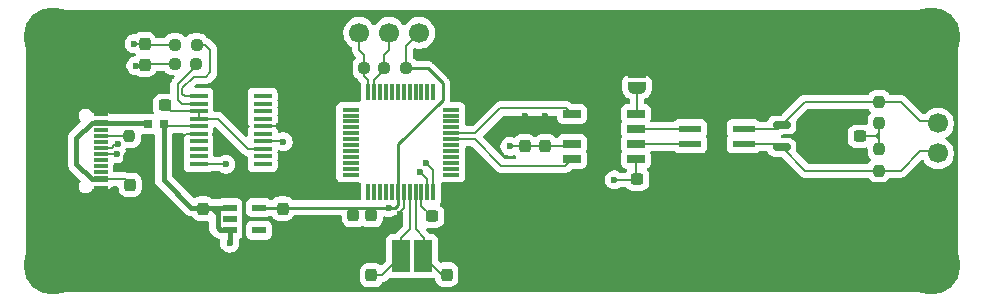
<source format=gbr>
%TF.GenerationSoftware,KiCad,Pcbnew,9.0.7*%
%TF.CreationDate,2026-02-18T00:38:32-05:00*%
%TF.ProjectId,RedPink_STM32C09_Board,52656450-696e-46b5-9f53-544d33324330,rev?*%
%TF.SameCoordinates,Original*%
%TF.FileFunction,Copper,L1,Top*%
%TF.FilePolarity,Positive*%
%FSLAX46Y46*%
G04 Gerber Fmt 4.6, Leading zero omitted, Abs format (unit mm)*
G04 Created by KiCad (PCBNEW 9.0.7) date 2026-02-18 00:38:32*
%MOMM*%
%LPD*%
G01*
G04 APERTURE LIST*
G04 Aperture macros list*
%AMRoundRect*
0 Rectangle with rounded corners*
0 $1 Rounding radius*
0 $2 $3 $4 $5 $6 $7 $8 $9 X,Y pos of 4 corners*
0 Add a 4 corners polygon primitive as box body*
4,1,4,$2,$3,$4,$5,$6,$7,$8,$9,$2,$3,0*
0 Add four circle primitives for the rounded corners*
1,1,$1+$1,$2,$3*
1,1,$1+$1,$4,$5*
1,1,$1+$1,$6,$7*
1,1,$1+$1,$8,$9*
0 Add four rect primitives between the rounded corners*
20,1,$1+$1,$2,$3,$4,$5,0*
20,1,$1+$1,$4,$5,$6,$7,0*
20,1,$1+$1,$6,$7,$8,$9,0*
20,1,$1+$1,$8,$9,$2,$3,0*%
%AMFreePoly0*
4,1,23,0.500000,-0.750000,0.000000,-0.750000,0.000000,-0.745722,-0.065263,-0.745722,-0.191342,-0.711940,-0.304381,-0.646677,-0.396677,-0.554381,-0.461940,-0.441342,-0.495722,-0.315263,-0.495722,-0.250000,-0.500000,-0.250000,-0.500000,0.250000,-0.495722,0.250000,-0.495722,0.315263,-0.461940,0.441342,-0.396677,0.554381,-0.304381,0.646677,-0.191342,0.711940,-0.065263,0.745722,0.000000,0.745722,
0.000000,0.750000,0.500000,0.750000,0.500000,-0.750000,0.500000,-0.750000,$1*%
%AMFreePoly1*
4,1,23,0.000000,0.745722,0.065263,0.745722,0.191342,0.711940,0.304381,0.646677,0.396677,0.554381,0.461940,0.441342,0.495722,0.315263,0.495722,0.250000,0.500000,0.250000,0.500000,-0.250000,0.495722,-0.250000,0.495722,-0.315263,0.461940,-0.441342,0.396677,-0.554381,0.304381,-0.646677,0.191342,-0.711940,0.065263,-0.745722,0.000000,-0.745722,0.000000,-0.750000,-0.500000,-0.750000,
-0.500000,0.750000,0.000000,0.750000,0.000000,0.745722,0.000000,0.745722,$1*%
G04 Aperture macros list end*
%TA.AperFunction,ComponentPad*%
%ADD10R,1.700000X1.700000*%
%TD*%
%TA.AperFunction,ComponentPad*%
%ADD11C,1.700000*%
%TD*%
%TA.AperFunction,ComponentPad*%
%ADD12C,5.000000*%
%TD*%
%TA.AperFunction,SMDPad,CuDef*%
%ADD13RoundRect,0.237500X-0.237500X0.300000X-0.237500X-0.300000X0.237500X-0.300000X0.237500X0.300000X0*%
%TD*%
%TA.AperFunction,SMDPad,CuDef*%
%ADD14RoundRect,0.237500X-0.237500X0.250000X-0.237500X-0.250000X0.237500X-0.250000X0.237500X0.250000X0*%
%TD*%
%TA.AperFunction,SMDPad,CuDef*%
%ADD15R,1.850000X0.600000*%
%TD*%
%TA.AperFunction,SMDPad,CuDef*%
%ADD16RoundRect,0.237500X0.237500X-0.300000X0.237500X0.300000X-0.237500X0.300000X-0.237500X-0.300000X0*%
%TD*%
%TA.AperFunction,SMDPad,CuDef*%
%ADD17R,0.300000X1.475000*%
%TD*%
%TA.AperFunction,SMDPad,CuDef*%
%ADD18R,1.475000X0.300000*%
%TD*%
%TA.AperFunction,SMDPad,CuDef*%
%ADD19RoundRect,0.237500X-0.300000X-0.237500X0.300000X-0.237500X0.300000X0.237500X-0.300000X0.237500X0*%
%TD*%
%TA.AperFunction,SMDPad,CuDef*%
%ADD20FreePoly0,90.000000*%
%TD*%
%TA.AperFunction,SMDPad,CuDef*%
%ADD21FreePoly1,90.000000*%
%TD*%
%TA.AperFunction,SMDPad,CuDef*%
%ADD22RoundRect,0.237500X0.300000X0.237500X-0.300000X0.237500X-0.300000X-0.237500X0.300000X-0.237500X0*%
%TD*%
%TA.AperFunction,SMDPad,CuDef*%
%ADD23RoundRect,0.237500X0.250000X0.237500X-0.250000X0.237500X-0.250000X-0.237500X0.250000X-0.237500X0*%
%TD*%
%TA.AperFunction,SMDPad,CuDef*%
%ADD24RoundRect,0.237500X0.237500X-0.250000X0.237500X0.250000X-0.237500X0.250000X-0.237500X-0.250000X0*%
%TD*%
%TA.AperFunction,SMDPad,CuDef*%
%ADD25RoundRect,0.237500X-0.250000X-0.237500X0.250000X-0.237500X0.250000X0.237500X-0.250000X0.237500X0*%
%TD*%
%TA.AperFunction,SMDPad,CuDef*%
%ADD26R,1.150000X0.600000*%
%TD*%
%TA.AperFunction,SMDPad,CuDef*%
%ADD27R,1.526000X0.435000*%
%TD*%
%TA.AperFunction,SMDPad,CuDef*%
%ADD28R,1.500000X2.700000*%
%TD*%
%TA.AperFunction,SMDPad,CuDef*%
%ADD29R,0.650000X0.700000*%
%TD*%
%TA.AperFunction,SMDPad,CuDef*%
%ADD30RoundRect,0.150000X-0.587500X-0.150000X0.587500X-0.150000X0.587500X0.150000X-0.587500X0.150000X0*%
%TD*%
%TA.AperFunction,SMDPad,CuDef*%
%ADD31R,1.150000X0.300000*%
%TD*%
%TA.AperFunction,SMDPad,CuDef*%
%ADD32R,1.250000X1.550000*%
%TD*%
%TA.AperFunction,SMDPad,CuDef*%
%ADD33R,1.500000X1.550000*%
%TD*%
%TA.AperFunction,SMDPad,CuDef*%
%ADD34R,1.500000X0.650000*%
%TD*%
%TA.AperFunction,ViaPad*%
%ADD35C,0.600000*%
%TD*%
%TA.AperFunction,Conductor*%
%ADD36C,0.200000*%
%TD*%
%TA.AperFunction,Conductor*%
%ADD37C,0.450000*%
%TD*%
%TA.AperFunction,Conductor*%
%ADD38C,0.250000*%
%TD*%
G04 APERTURE END LIST*
D10*
%TO.P,J4,1,Pin_1*%
%TO.N,VSS*%
X189500000Y-70250000D03*
D11*
%TO.P,J4,2,Pin_2*%
%TO.N,CANL*%
X189500000Y-67710000D03*
%TO.P,J4,3,Pin_3*%
%TO.N,CANH*%
X189500000Y-65170000D03*
%TD*%
D12*
%TO.P,H4,1,1*%
%TO.N,VSS*%
X114575000Y-77175000D03*
%TD*%
D13*
%TO.P,C6,1*%
%TO.N,D-1*%
X122350000Y-60212500D03*
%TO.P,C6,2*%
%TO.N,VSS*%
X122350000Y-61937500D03*
%TD*%
%TO.P,C12,1*%
%TO.N,3V3*%
X141525000Y-72925000D03*
%TO.P,C12,2*%
%TO.N,VSS*%
X141525000Y-74650000D03*
%TD*%
D14*
%TO.P,R4,1*%
%TO.N,CANH*%
X184525000Y-63337500D03*
%TO.P,R4,2*%
%TO.N,Net-(C9-Pad1)*%
X184525000Y-65162500D03*
%TD*%
D15*
%TO.P,FL1,1,1*%
%TO.N,Net-(IC3-CANH)*%
X168500000Y-65615000D03*
%TO.P,FL1,2,2*%
%TO.N,Net-(IC3-CANL)*%
X168500000Y-66885000D03*
%TO.P,FL1,3,3*%
%TO.N,CANL*%
X173050000Y-66885000D03*
%TO.P,FL1,4,4*%
%TO.N,CANH*%
X173050000Y-65615000D03*
%TD*%
D13*
%TO.P,C3,1*%
%TO.N,3V3*%
X134025000Y-72387500D03*
%TO.P,C3,2*%
%TO.N,VSS*%
X134025000Y-74112500D03*
%TD*%
D16*
%TO.P,C14,1*%
%TO.N,VSS*%
X121100000Y-72087500D03*
%TO.P,C14,2*%
%TO.N,Net-(J1-VBUS_1)*%
X121100000Y-70362500D03*
%TD*%
D17*
%TO.P,IC1,1,PC13*%
%TO.N,unconnected-(IC1-PC13-Pad1)*%
X141275000Y-70988000D03*
%TO.P,IC1,2,PC14-OSCX_IN*%
%TO.N,unconnected-(IC1-PC14-OSCX_IN-Pad2)*%
X141775000Y-70988000D03*
%TO.P,IC1,3,PC15-OSCX_OUT*%
%TO.N,unconnected-(IC1-PC15-OSCX_OUT-Pad3)*%
X142275000Y-70988000D03*
%TO.P,IC1,4,PF3*%
%TO.N,unconnected-(IC1-PF3-Pad4)*%
X142775000Y-70988000D03*
%TO.P,IC1,5,VREF+*%
%TO.N,VREF*%
X143275000Y-70988000D03*
%TO.P,IC1,6,VDD/VDDA*%
%TO.N,3V3*%
X143775000Y-70988000D03*
%TO.P,IC1,7,VSS/VSSA*%
%TO.N,VSS*%
X144275000Y-70988000D03*
%TO.P,IC1,8,PF0-OSC_IN*%
%TO.N,OSC_IN*%
X144775000Y-70988000D03*
%TO.P,IC1,9,PF1-OSC_OUT*%
%TO.N,OSC_OUT*%
X145275000Y-70988000D03*
%TO.P,IC1,10,PF2-NRST*%
%TO.N,NRST*%
X145775000Y-70988000D03*
%TO.P,IC1,11,PA0*%
%TO.N,TXD*%
X146275000Y-70988000D03*
%TO.P,IC1,12,PA1*%
%TO.N,RXD*%
X146775000Y-70988000D03*
D18*
%TO.P,IC1,13,PA2*%
%TO.N,USART2_TX*%
X148263000Y-69500000D03*
%TO.P,IC1,14,PA3*%
%TO.N,USART2_RX*%
X148263000Y-69000000D03*
%TO.P,IC1,15,PA4*%
%TO.N,unconnected-(IC1-PA4-Pad15)*%
X148263000Y-68500000D03*
%TO.P,IC1,16,PA5*%
%TO.N,unconnected-(IC1-PA5-Pad16)*%
X148263000Y-68000000D03*
%TO.P,IC1,17,PA6*%
%TO.N,unconnected-(IC1-PA6-Pad17)*%
X148263000Y-67500000D03*
%TO.P,IC1,18,PA7*%
%TO.N,unconnected-(IC1-PA7-Pad18)*%
X148263000Y-67000000D03*
%TO.P,IC1,19,PB0*%
%TO.N,CANRX*%
X148263000Y-66500000D03*
%TO.P,IC1,20,PB1*%
%TO.N,CANTX*%
X148263000Y-66000000D03*
%TO.P,IC1,21,PB2*%
%TO.N,unconnected-(IC1-PB2-Pad21)*%
X148263000Y-65500000D03*
%TO.P,IC1,22,PB10*%
%TO.N,unconnected-(IC1-PB10-Pad22)*%
X148263000Y-65000000D03*
%TO.P,IC1,23,PB11*%
%TO.N,unconnected-(IC1-PB11-Pad23)*%
X148263000Y-64500000D03*
%TO.P,IC1,24,PB12*%
%TO.N,unconnected-(IC1-PB12-Pad24)*%
X148263000Y-64000000D03*
D17*
%TO.P,IC1,25,PB13*%
%TO.N,unconnected-(IC1-PB13-Pad25)*%
X146775000Y-62512000D03*
%TO.P,IC1,26,PB14*%
%TO.N,unconnected-(IC1-PB14-Pad26)*%
X146275000Y-62512000D03*
%TO.P,IC1,27,PB15*%
%TO.N,unconnected-(IC1-PB15-Pad27)*%
X145775000Y-62512000D03*
%TO.P,IC1,28,PA8*%
%TO.N,unconnected-(IC1-PA8-Pad28)*%
X145275000Y-62512000D03*
%TO.P,IC1,29,PA9*%
%TO.N,unconnected-(IC1-PA9-Pad29)*%
X144775000Y-62512000D03*
%TO.P,IC1,30,PC6*%
%TO.N,unconnected-(IC1-PC6-Pad30)*%
X144275000Y-62512000D03*
%TO.P,IC1,31,PC7*%
%TO.N,unconnected-(IC1-PC7-Pad31)*%
X143775000Y-62512000D03*
%TO.P,IC1,32,PA10*%
%TO.N,unconnected-(IC1-PA10-Pad32)*%
X143275000Y-62512000D03*
%TO.P,IC1,33,PA11_[PA9]*%
%TO.N,unconnected-(IC1-PA11_[PA9]-Pad33)*%
X142775000Y-62512000D03*
%TO.P,IC1,34,PA12_[PA10]*%
%TO.N,unconnected-(IC1-PA12_[PA10]-Pad34)*%
X142275000Y-62512000D03*
%TO.P,IC1,35,PA13*%
%TO.N,SWDIO*%
X141775000Y-62512000D03*
%TO.P,IC1,36,PA14-BOOT0*%
%TO.N,SWCLK*%
X141275000Y-62512000D03*
D18*
%TO.P,IC1,37,PA15*%
%TO.N,unconnected-(IC1-PA15-Pad37)*%
X139787000Y-64000000D03*
%TO.P,IC1,38,PD0*%
%TO.N,unconnected-(IC1-PD0-Pad38)*%
X139787000Y-64500000D03*
%TO.P,IC1,39,PD1*%
%TO.N,unconnected-(IC1-PD1-Pad39)*%
X139787000Y-65000000D03*
%TO.P,IC1,40,PD2*%
%TO.N,unconnected-(IC1-PD2-Pad40)*%
X139787000Y-65500000D03*
%TO.P,IC1,41,PD3*%
%TO.N,unconnected-(IC1-PD3-Pad41)*%
X139787000Y-66000000D03*
%TO.P,IC1,42,PB3*%
%TO.N,unconnected-(IC1-PB3-Pad42)*%
X139787000Y-66500000D03*
%TO.P,IC1,43,PB4*%
%TO.N,unconnected-(IC1-PB4-Pad43)*%
X139787000Y-67000000D03*
%TO.P,IC1,44,PB5*%
%TO.N,unconnected-(IC1-PB5-Pad44)*%
X139787000Y-67500000D03*
%TO.P,IC1,45,PB6*%
%TO.N,unconnected-(IC1-PB6-Pad45)*%
X139787000Y-68000000D03*
%TO.P,IC1,46,PB7*%
%TO.N,unconnected-(IC1-PB7-Pad46)*%
X139787000Y-68500000D03*
%TO.P,IC1,47,PB8*%
%TO.N,unconnected-(IC1-PB8-Pad47)*%
X139787000Y-69000000D03*
%TO.P,IC1,48,PB9*%
%TO.N,unconnected-(IC1-PB9-Pad48)*%
X139787000Y-69500000D03*
%TD*%
D16*
%TO.P,C10,1*%
%TO.N,OSC_IN*%
X141525000Y-78000000D03*
%TO.P,C10,2*%
%TO.N,VSS*%
X141525000Y-76275000D03*
%TD*%
D19*
%TO.P,C15,1*%
%TO.N,NRST*%
X146675000Y-73025000D03*
%TO.P,C15,2*%
%TO.N,VSS*%
X148400000Y-73025000D03*
%TD*%
D13*
%TO.P,C8,1*%
%TO.N,VSS*%
X156275000Y-65387500D03*
%TO.P,C8,2*%
%TO.N,5V*%
X156275000Y-67112500D03*
%TD*%
D20*
%TO.P,JP1,1,A*%
%TO.N,Net-(IC3-STBY)*%
X164025000Y-62150000D03*
D21*
%TO.P,JP1,2,B*%
%TO.N,VSS*%
X164025000Y-60850000D03*
%TD*%
D22*
%TO.P,C7,1*%
%TO.N,VSS*%
X165762500Y-69900000D03*
%TO.P,C7,2*%
%TO.N,3V3*%
X164037500Y-69900000D03*
%TD*%
D14*
%TO.P,R5,1*%
%TO.N,Net-(C9-Pad1)*%
X184525000Y-67337500D03*
%TO.P,R5,2*%
%TO.N,CANL*%
X184525000Y-69162500D03*
%TD*%
D16*
%TO.P,C11,1*%
%TO.N,OSC_OUT*%
X147925000Y-77962500D03*
%TO.P,C11,2*%
%TO.N,VSS*%
X147925000Y-76237500D03*
%TD*%
D10*
%TO.P,J2,1,Pin_1*%
%TO.N,VSS*%
X137965000Y-57500000D03*
D11*
%TO.P,J2,2,Pin_2*%
%TO.N,SWCLK*%
X140505000Y-57500000D03*
%TO.P,J2,3,Pin_3*%
%TO.N,SWDIO*%
X143045000Y-57500000D03*
%TO.P,J2,4,Pin_4*%
%TO.N,3V3*%
X145585000Y-57500000D03*
%TD*%
D13*
%TO.P,C2,1*%
%TO.N,5V*%
X127275000Y-72387500D03*
%TO.P,C2,2*%
%TO.N,VSS*%
X127275000Y-74112500D03*
%TD*%
D23*
%TO.P,R2,1*%
%TO.N,/USBDP*%
X126737500Y-58525000D03*
%TO.P,R2,2*%
%TO.N,D+1*%
X124912500Y-58525000D03*
%TD*%
D24*
%TO.P,R3,1*%
%TO.N,VSS*%
X121025000Y-68062500D03*
%TO.P,R3,2*%
%TO.N,Net-(J1-CC1)*%
X121025000Y-66237500D03*
%TD*%
D22*
%TO.P,C4,1*%
%TO.N,3V3_V1*%
X124062500Y-63625000D03*
%TO.P,C4,2*%
%TO.N,VSS*%
X122337500Y-63625000D03*
%TD*%
D12*
%TO.P,H3,1,1*%
%TO.N,VSS*%
X114575000Y-57825000D03*
%TD*%
%TO.P,H2,1,1*%
%TO.N,VSS*%
X188925000Y-77175000D03*
%TD*%
D25*
%TO.P,R6,1*%
%TO.N,SWDIO*%
X142612500Y-60500000D03*
%TO.P,R6,2*%
%TO.N,3V3*%
X144437500Y-60500000D03*
%TD*%
D26*
%TO.P,IC4,1,IN*%
%TO.N,5V*%
X129525000Y-72300000D03*
%TO.P,IC4,2,GND*%
%TO.N,unconnected-(IC4-GND-Pad2)*%
X129525000Y-73250000D03*
%TO.P,IC4,3,EN*%
%TO.N,5V*%
X129525000Y-74200000D03*
%TO.P,IC4,4,NC*%
%TO.N,unconnected-(IC4-NC-Pad4)*%
X132025000Y-74200000D03*
%TO.P,IC4,5,OUT*%
%TO.N,3V3*%
X132025000Y-72300000D03*
%TD*%
D13*
%TO.P,C13,1*%
%TO.N,3V3*%
X140000000Y-72925000D03*
%TO.P,C13,2*%
%TO.N,VSS*%
X140000000Y-74650000D03*
%TD*%
D22*
%TO.P,C9,1*%
%TO.N,Net-(C9-Pad1)*%
X182887500Y-66250000D03*
%TO.P,C9,2*%
%TO.N,VSS*%
X181162500Y-66250000D03*
%TD*%
D27*
%TO.P,IC5,1,DTR#*%
%TO.N,DTR*%
X132325000Y-68580000D03*
%TO.P,IC5,2,RTS#*%
%TO.N,RTS*%
X132325000Y-67944000D03*
%TO.P,IC5,3,VCCIO*%
%TO.N,3V3_V1*%
X132325000Y-67310000D03*
%TO.P,IC5,4,RXD*%
%TO.N,RXD*%
X132325000Y-66674000D03*
%TO.P,IC5,5,RI#*%
%TO.N,RI*%
X132325000Y-66040000D03*
%TO.P,IC5,6,GND_1*%
%TO.N,VSS*%
X132325000Y-65404000D03*
%TO.P,IC5,7,DSR#*%
%TO.N,DSR*%
X132325000Y-64770000D03*
%TO.P,IC5,8,DCD#*%
%TO.N,DCD*%
X132325000Y-64134000D03*
%TO.P,IC5,9,CTS#*%
%TO.N,CTS*%
X132325000Y-63500000D03*
%TO.P,IC5,10,CBUS2*%
%TO.N,unconnected-(IC5-CBUS2-Pad10)*%
X132325000Y-62864000D03*
%TO.P,IC5,11,USBDP*%
%TO.N,/USBDP*%
X126901000Y-62864000D03*
%TO.P,IC5,12,USBDM*%
%TO.N,/USBDN*%
X126901000Y-63500000D03*
%TO.P,IC5,13,3V3OUT*%
%TO.N,3V3_V1*%
X126901000Y-64134000D03*
%TO.P,IC5,14,RESET#*%
X126901000Y-64770000D03*
%TO.P,IC5,15,VCC*%
%TO.N,5V*%
X126901000Y-65404000D03*
%TO.P,IC5,16,GND_2*%
%TO.N,VSS*%
X126901000Y-66040000D03*
%TO.P,IC5,17,CBUS1*%
%TO.N,unconnected-(IC5-CBUS1-Pad17)*%
X126901000Y-66674000D03*
%TO.P,IC5,18,CBUS0*%
%TO.N,CBUS0*%
X126901000Y-67310000D03*
%TO.P,IC5,19,CBUS3*%
%TO.N,CBUS3*%
X126901000Y-67944000D03*
%TO.P,IC5,20,TXD*%
%TO.N,TXD*%
X126901000Y-68580000D03*
%TD*%
D28*
%TO.P,Y1,1,1*%
%TO.N,OSC_IN*%
X144037500Y-76400000D03*
%TO.P,Y1,2,2*%
%TO.N,OSC_OUT*%
X145937500Y-76400000D03*
%TD*%
D29*
%TO.P,FB1,1,1*%
%TO.N,5V*%
X123950000Y-65250000D03*
%TO.P,FB1,2,2*%
%TO.N,Net-(J1-VBUS_1)*%
X122600000Y-65250000D03*
%TD*%
D30*
%TO.P,D1,1,K*%
%TO.N,CANH*%
X176275000Y-65300000D03*
%TO.P,D1,2,K*%
%TO.N,CANL*%
X176275000Y-67200000D03*
%TO.P,D1,3,A*%
%TO.N,VSS*%
X178150000Y-66250000D03*
%TD*%
D26*
%TO.P,J1,A1,GND_1*%
%TO.N,VSS*%
X118613000Y-64300000D03*
%TO.P,J1,A4,VBUS_1*%
%TO.N,Net-(J1-VBUS_1)*%
X118613000Y-65100000D03*
D31*
%TO.P,J1,A5,CC1*%
%TO.N,Net-(J1-CC1)*%
X118613000Y-66250000D03*
%TO.P,J1,A6,DP1*%
%TO.N,D+1*%
X118613000Y-67250000D03*
%TO.P,J1,A7,DN1*%
%TO.N,D-1*%
X118613000Y-67750000D03*
%TO.P,J1,A8,SBU1*%
%TO.N,unconnected-(J1-SBU1-PadA8)*%
X118613000Y-68750000D03*
D26*
%TO.P,J1,B1,GND_2*%
%TO.N,VSS*%
X118613000Y-70700000D03*
%TO.P,J1,B4,VBUS_2*%
%TO.N,Net-(J1-VBUS_1)*%
X118613000Y-69900000D03*
D31*
%TO.P,J1,B5,CC2*%
%TO.N,unconnected-(J1-CC2-PadB5)*%
X118613000Y-69250000D03*
%TO.P,J1,B6,DP2*%
%TO.N,unconnected-(J1-DP2-PadB6)*%
X118613000Y-68250000D03*
%TO.P,J1,B7,DN2*%
%TO.N,unconnected-(J1-DN2-PadB7)*%
X118613000Y-66750000D03*
%TO.P,J1,B8,SBU2*%
%TO.N,unconnected-(J1-SBU2-PadB8)*%
X118613000Y-65750000D03*
D32*
%TO.P,J1,G1,GND_3*%
%TO.N,VSS*%
X117963000Y-62405000D03*
%TO.P,J1,G2,GND_4*%
X117963000Y-72595000D03*
D33*
%TO.P,J1,G3,GND_5*%
X114038000Y-72595000D03*
%TO.P,J1,G4,GND_6*%
X114038000Y-62405000D03*
%TD*%
D13*
%TO.P,C1,1*%
%TO.N,VSS*%
X154525000Y-65387500D03*
%TO.P,C1,2*%
%TO.N,5V*%
X154525000Y-67112500D03*
%TD*%
D25*
%TO.P,R1,1*%
%TO.N,D-1*%
X124887500Y-60100000D03*
%TO.P,R1,2*%
%TO.N,/USBDN*%
X126712500Y-60100000D03*
%TD*%
D34*
%TO.P,IC3,1,TXD*%
%TO.N,CANTX*%
X158525000Y-64370000D03*
%TO.P,IC3,2,GND*%
%TO.N,VSS*%
X158525000Y-65640000D03*
%TO.P,IC3,3,VCC*%
%TO.N,5V*%
X158525000Y-66910000D03*
%TO.P,IC3,4,RXD*%
%TO.N,CANRX*%
X158525000Y-68180000D03*
%TO.P,IC3,5,VIO*%
%TO.N,3V3*%
X163925000Y-68180000D03*
%TO.P,IC3,6,CANL*%
%TO.N,Net-(IC3-CANL)*%
X163925000Y-66910000D03*
%TO.P,IC3,7,CANH*%
%TO.N,Net-(IC3-CANH)*%
X163925000Y-65640000D03*
%TO.P,IC3,8,STBY*%
%TO.N,Net-(IC3-STBY)*%
X163925000Y-64370000D03*
%TD*%
D16*
%TO.P,C5,1*%
%TO.N,D+1*%
X122325000Y-58437500D03*
%TO.P,C5,2*%
%TO.N,VSS*%
X122325000Y-56712500D03*
%TD*%
D25*
%TO.P,R7,1*%
%TO.N,VSS*%
X139112500Y-60500000D03*
%TO.P,R7,2*%
%TO.N,SWCLK*%
X140937500Y-60500000D03*
%TD*%
D12*
%TO.P,H1,1,1*%
%TO.N,VSS*%
X188925000Y-57825000D03*
%TD*%
D35*
%TO.N,VSS*%
X185150000Y-76000000D03*
X184400000Y-76725000D03*
X185168750Y-76725000D03*
X185168750Y-78275000D03*
X184400000Y-77450000D03*
X185168750Y-77450000D03*
X184400000Y-78275000D03*
X184381250Y-76000000D03*
X165703524Y-71505244D03*
X170316024Y-71505244D03*
X173397274Y-71505244D03*
X171859774Y-71505244D03*
X168778524Y-71505244D03*
X175703524Y-71505244D03*
X172628524Y-71505244D03*
X177241024Y-71505244D03*
X167241024Y-71505244D03*
X174934774Y-71505244D03*
X164934774Y-71505244D03*
X171084774Y-71505244D03*
X168009774Y-71505244D03*
X166472274Y-71505244D03*
X169547274Y-71505244D03*
X178009774Y-71505244D03*
X174166024Y-71505244D03*
X176472274Y-71505244D03*
X151843750Y-71500000D03*
X156456250Y-71500000D03*
X159537500Y-71500000D03*
X158000000Y-71500000D03*
X154918750Y-71500000D03*
X161843750Y-71500000D03*
X158768750Y-71500000D03*
X163381250Y-71500000D03*
X153381250Y-71500000D03*
X161075000Y-71500000D03*
X151075000Y-71500000D03*
X157225000Y-71500000D03*
X154150000Y-71500000D03*
X152612500Y-71500000D03*
X155687500Y-71500000D03*
X164150000Y-71500000D03*
X160306250Y-71500000D03*
X162612500Y-71500000D03*
X148756250Y-58175000D03*
X131706250Y-57475000D03*
X184856250Y-56725000D03*
X158737500Y-56725000D03*
X120318750Y-76375000D03*
X147925000Y-75325000D03*
X168656250Y-57450000D03*
X184106250Y-57450000D03*
X124162500Y-76375000D03*
X181800000Y-57450000D03*
X157218750Y-59000000D03*
X121087500Y-76375000D03*
X152600000Y-58175000D03*
X138431250Y-59818750D03*
X132475000Y-58200000D03*
X119568750Y-78650000D03*
X130168750Y-57475000D03*
X161043750Y-56725000D03*
X123400000Y-61925000D03*
X181800000Y-59000000D03*
X130168750Y-58200000D03*
X183337500Y-58175000D03*
X154137500Y-59000000D03*
X149525000Y-59000000D03*
X121106250Y-77100000D03*
X154118750Y-56725000D03*
X172500000Y-58175000D03*
X151831250Y-58175000D03*
X131687500Y-56750000D03*
X118800000Y-78650000D03*
X156450000Y-57450000D03*
X167100000Y-56725000D03*
X184106250Y-59000000D03*
X121025000Y-68950000D03*
X179775000Y-66250000D03*
X133225000Y-56750000D03*
X183337500Y-57450000D03*
X123393750Y-76375000D03*
X184087500Y-56725000D03*
X131706250Y-58200000D03*
X182568750Y-57450000D03*
X150293750Y-58175000D03*
X156450000Y-58175000D03*
X151043750Y-56725000D03*
X123200000Y-56700000D03*
X157218750Y-58175000D03*
X160293750Y-59000000D03*
X118031250Y-78650000D03*
X180243750Y-56725000D03*
X153350000Y-56725000D03*
X122643750Y-78650000D03*
X181800000Y-58175000D03*
X114050000Y-73725000D03*
X171712500Y-56725000D03*
X119568750Y-77825000D03*
X170193750Y-59000000D03*
X134012500Y-59025000D03*
X118031250Y-77825000D03*
X157987500Y-59000000D03*
X179493750Y-59000000D03*
X151831250Y-57450000D03*
X170943750Y-56725000D03*
X132456250Y-56750000D03*
X166706146Y-69880187D03*
X130937500Y-57475000D03*
X164025000Y-59500000D03*
X161062500Y-58175000D03*
X130918750Y-56750000D03*
X114050000Y-61000000D03*
X157987500Y-57450000D03*
X121875000Y-78650000D03*
X161812500Y-56725000D03*
X143925000Y-72825000D03*
X169425000Y-57450000D03*
X123412500Y-77100000D03*
X133243750Y-58200000D03*
X151062500Y-57450000D03*
X119500000Y-63750000D03*
X170175000Y-56725000D03*
X161831250Y-59000000D03*
X124181250Y-77100000D03*
X167118750Y-57450000D03*
X183337500Y-59000000D03*
X169425000Y-58175000D03*
X124181250Y-77825000D03*
X130937500Y-58200000D03*
X178725000Y-57450000D03*
X161831250Y-58175000D03*
X171731250Y-57450000D03*
X121856250Y-76375000D03*
X133993750Y-56750000D03*
X153368750Y-59000000D03*
X133675000Y-65400000D03*
X131706250Y-59025000D03*
X184875000Y-58175000D03*
X157987500Y-58175000D03*
X150293750Y-59000000D03*
X161062500Y-57450000D03*
X149506250Y-56725000D03*
X132475000Y-59025000D03*
X156431250Y-56725000D03*
X168656250Y-58175000D03*
X154525000Y-64500000D03*
X130150000Y-56750000D03*
X167118750Y-59000000D03*
X167868750Y-56725000D03*
X121106250Y-78650000D03*
X170962500Y-59000000D03*
X167887500Y-59000000D03*
X181781250Y-56725000D03*
X151812500Y-56725000D03*
X134012500Y-57475000D03*
X150293750Y-57450000D03*
X159525000Y-58175000D03*
X159506250Y-56725000D03*
X118781250Y-76375000D03*
X167887500Y-58175000D03*
X119650000Y-71475000D03*
X133243750Y-59025000D03*
X180262500Y-57450000D03*
X166350000Y-57450000D03*
X148756250Y-59000000D03*
X123412500Y-78650000D03*
X178706250Y-56725000D03*
X168656250Y-59000000D03*
X159525000Y-57450000D03*
X132475000Y-57475000D03*
X184106250Y-58175000D03*
X151831250Y-59000000D03*
X170962500Y-58175000D03*
X169406250Y-56725000D03*
X130168750Y-59025000D03*
X150275000Y-56725000D03*
X181012500Y-56725000D03*
X119568750Y-77100000D03*
X118000000Y-73775000D03*
X154906250Y-59000000D03*
X125312500Y-66562500D03*
X118800000Y-77825000D03*
X157218750Y-57450000D03*
X157200000Y-56725000D03*
X182568750Y-59000000D03*
X152600000Y-57450000D03*
X149525000Y-57450000D03*
X120337500Y-77100000D03*
X118031250Y-77100000D03*
X154137500Y-57450000D03*
X168637500Y-56725000D03*
X134025000Y-74975000D03*
X123412500Y-77825000D03*
X148737500Y-56725000D03*
X179493750Y-57450000D03*
X140725000Y-76250000D03*
X155681250Y-58175000D03*
X183318750Y-56725000D03*
X154137500Y-58175000D03*
X178725000Y-58175000D03*
X166350000Y-58175000D03*
X148400000Y-73800000D03*
X127275000Y-75175000D03*
X154906250Y-57450000D03*
X155681250Y-57450000D03*
X167118750Y-58175000D03*
X170962500Y-57450000D03*
X124181250Y-78650000D03*
X122643750Y-77825000D03*
X121106250Y-77825000D03*
X122643750Y-77100000D03*
X153368750Y-57450000D03*
X160293750Y-57450000D03*
X117975000Y-60925000D03*
X122625000Y-76375000D03*
X160293750Y-58175000D03*
X182568750Y-58175000D03*
X159525000Y-59000000D03*
X180262500Y-58175000D03*
X180262500Y-59000000D03*
X120337500Y-78650000D03*
X152600000Y-59000000D03*
X182550000Y-56725000D03*
X167887500Y-57450000D03*
X184875000Y-57450000D03*
X133243750Y-57475000D03*
X179475000Y-56725000D03*
X181031250Y-58175000D03*
X170193750Y-58175000D03*
X148756250Y-57450000D03*
X155681250Y-59000000D03*
X151062500Y-59000000D03*
X154906250Y-58175000D03*
X172500000Y-59000000D03*
X155662500Y-56725000D03*
X171731250Y-59000000D03*
X119550000Y-76375000D03*
X149525000Y-58175000D03*
X178725000Y-59000000D03*
X156275000Y-64500000D03*
X158756250Y-57450000D03*
X172500000Y-57450000D03*
X158756250Y-58175000D03*
X158756250Y-59000000D03*
X179493750Y-58175000D03*
X121875000Y-77100000D03*
X171731250Y-58175000D03*
X160275000Y-56725000D03*
X130937500Y-59025000D03*
X157968750Y-56725000D03*
X153368750Y-58175000D03*
X166350000Y-59000000D03*
X152581250Y-56725000D03*
X161062500Y-59000000D03*
X118012500Y-76375000D03*
X184875000Y-59000000D03*
X121875000Y-77825000D03*
X154887500Y-56725000D03*
X181031250Y-57450000D03*
X170193750Y-57450000D03*
X120337500Y-77825000D03*
X172481250Y-56725000D03*
X140000000Y-75550000D03*
X134012500Y-58200000D03*
X151062500Y-58175000D03*
X181031250Y-59000000D03*
X169425000Y-59000000D03*
X166331250Y-56725000D03*
X161831250Y-57450000D03*
X156450000Y-59000000D03*
X118800000Y-77100000D03*
%TO.N,5V*%
X153261510Y-67102518D03*
X129525000Y-75300000D03*
%TO.N,3V3*%
X143000000Y-72300000D03*
X162100000Y-69950000D03*
%TO.N,D+1*%
X120075000Y-66875000D03*
X121450000Y-58425000D03*
%TO.N,D-1*%
X119975000Y-67750000D03*
X121600000Y-60275000D03*
%TO.N,TXD*%
X129225000Y-68625000D03*
X145650000Y-69275000D03*
%TO.N,RXD*%
X146150000Y-68525000D03*
X134062500Y-66712500D03*
%TD*%
D36*
%TO.N,CANH*%
X189330000Y-65000000D02*
X189500000Y-65170000D01*
X188000000Y-65000000D02*
X189330000Y-65000000D01*
X186337500Y-63337500D02*
X188000000Y-65000000D01*
X184525000Y-63337500D02*
X186337500Y-63337500D01*
%TO.N,CANL*%
X189330000Y-67540000D02*
X189500000Y-67710000D01*
X186337500Y-69162500D02*
X187960000Y-67540000D01*
X184525000Y-69162500D02*
X186337500Y-69162500D01*
X187960000Y-67540000D02*
X189330000Y-67540000D01*
%TO.N,VSS*%
X140000000Y-75550000D02*
X140000000Y-74650000D01*
X114038000Y-61187000D02*
X114038000Y-62405000D01*
X156527500Y-65640000D02*
X156275000Y-65387500D01*
X114050000Y-61000000D02*
X114050000Y-61175000D01*
X122337500Y-61950000D02*
X122350000Y-61937500D01*
X117975000Y-60925000D02*
X117975000Y-61175000D01*
X147925000Y-76237500D02*
X147925000Y-75325000D01*
X118613000Y-64300000D02*
X118950000Y-64300000D01*
X117963000Y-73587000D02*
X117963000Y-72595000D01*
X127275000Y-74112500D02*
X127275000Y-75175000D01*
X118875000Y-70700000D02*
X119650000Y-71475000D01*
X179775000Y-66250000D02*
X181162500Y-66250000D01*
X141525000Y-76275000D02*
X140750000Y-76275000D01*
X122325000Y-56712500D02*
X123187500Y-56712500D01*
X134025000Y-74112500D02*
X134025000Y-74975000D01*
X158525000Y-65640000D02*
X156527500Y-65640000D01*
X156275000Y-64500000D02*
X156275000Y-65387500D01*
X132325000Y-65404000D02*
X133671000Y-65404000D01*
X126901000Y-66040000D02*
X125835000Y-66040000D01*
X123187500Y-56712500D02*
X123200000Y-56700000D01*
X117963000Y-61187000D02*
X117963000Y-62405000D01*
X144275000Y-72350000D02*
X143925000Y-72700000D01*
X120262500Y-72087500D02*
X121100000Y-72087500D01*
X122337500Y-63625000D02*
X122337500Y-61950000D01*
X118950000Y-64300000D02*
X119500000Y-63750000D01*
X164025000Y-60850000D02*
X164025000Y-59500000D01*
X137965000Y-59352500D02*
X138431250Y-59818750D01*
X114050000Y-61175000D02*
X114038000Y-61187000D01*
X114038000Y-72595000D02*
X114038000Y-73713000D01*
X121025000Y-68062500D02*
X121025000Y-68950000D01*
X117975000Y-61175000D02*
X117963000Y-61187000D01*
X125835000Y-66040000D02*
X125312500Y-66562500D01*
X140750000Y-76275000D02*
X140725000Y-76250000D01*
X165762500Y-69900000D02*
X166686333Y-69900000D01*
X137965000Y-57500000D02*
X137965000Y-59352500D01*
X178150000Y-66250000D02*
X179775000Y-66250000D01*
X138431250Y-59818750D02*
X139112500Y-60500000D01*
X118000000Y-73624000D02*
X117963000Y-73587000D01*
X125312500Y-66562500D02*
X125300000Y-66575000D01*
X119650000Y-71475000D02*
X120262500Y-72087500D01*
X122350000Y-61937500D02*
X123387500Y-61937500D01*
X144275000Y-70988000D02*
X144275000Y-72350000D01*
X140000000Y-74650000D02*
X141525000Y-74650000D01*
X148400000Y-73025000D02*
X148400000Y-73800000D01*
X133671000Y-65404000D02*
X133675000Y-65400000D01*
X123387500Y-61937500D02*
X123400000Y-61925000D01*
X114038000Y-73713000D02*
X114050000Y-73725000D01*
X143925000Y-72700000D02*
X143925000Y-72825000D01*
X118613000Y-70700000D02*
X118875000Y-70700000D01*
X154525000Y-64500000D02*
X154525000Y-65387500D01*
X118000000Y-73775000D02*
X118000000Y-73624000D01*
%TO.N,5V*%
X123950000Y-65250000D02*
X124104000Y-65404000D01*
D37*
X129525000Y-74200000D02*
X129525000Y-75300000D01*
X128748000Y-74200000D02*
X129525000Y-74200000D01*
D36*
X156275000Y-67112500D02*
X153271492Y-67112500D01*
X153271492Y-67112500D02*
X153261510Y-67102518D01*
D37*
X128748000Y-72300000D02*
X128524000Y-72524000D01*
X128025000Y-72300000D02*
X129525000Y-72300000D01*
X128475000Y-72750000D02*
X128025000Y-72300000D01*
X128524000Y-72750000D02*
X128524000Y-73976000D01*
D36*
X158525000Y-66910000D02*
X158322500Y-67112500D01*
D37*
X126275000Y-72300000D02*
X128025000Y-72300000D01*
X128524000Y-73976000D02*
X128748000Y-74200000D01*
D36*
X124104000Y-65404000D02*
X126901000Y-65404000D01*
D37*
X128524000Y-72750000D02*
X128475000Y-72750000D01*
X128524000Y-72524000D02*
X128524000Y-72750000D01*
X123950000Y-69975000D02*
X123950000Y-65250000D01*
D36*
X158322500Y-67112500D02*
X156275000Y-67112500D01*
D37*
X129525000Y-72300000D02*
X128748000Y-72300000D01*
X123950000Y-69975000D02*
X126275000Y-72300000D01*
D36*
%TO.N,3V3*%
X144437500Y-58647500D02*
X144437500Y-60500000D01*
D38*
X147575000Y-63148500D02*
X147575000Y-61772500D01*
X145475000Y-60500000D02*
X144437500Y-60500000D01*
D36*
X163925000Y-68180000D02*
X163925000Y-69936541D01*
X141525000Y-72925000D02*
X141525000Y-72350000D01*
X140000000Y-72375000D02*
X140075000Y-72300000D01*
X145585000Y-57500000D02*
X144437500Y-58647500D01*
X141525000Y-72350000D02*
X141475000Y-72300000D01*
X162106354Y-69956354D02*
X162100000Y-69950000D01*
D38*
X143775000Y-66948500D02*
X147575000Y-63148500D01*
X132025000Y-72300000D02*
X140075000Y-72300000D01*
X140075000Y-72300000D02*
X141475000Y-72300000D01*
X146302500Y-60500000D02*
X145475000Y-60500000D01*
X143775000Y-72075500D02*
X143775000Y-70988000D01*
X143550500Y-72300000D02*
X143775000Y-72075500D01*
X143000000Y-72300000D02*
X143550500Y-72300000D01*
D36*
X163925000Y-69936541D02*
X163905187Y-69956354D01*
X140000000Y-72925000D02*
X140000000Y-72375000D01*
D38*
X147575000Y-61772500D02*
X146302500Y-60500000D01*
D36*
X163905187Y-69956354D02*
X162106354Y-69956354D01*
D38*
X141475000Y-72300000D02*
X143000000Y-72300000D01*
X143775000Y-70988000D02*
X143775000Y-66948500D01*
D36*
%TO.N,3V3_V1*%
X124571500Y-64134000D02*
X126901000Y-64134000D01*
X131060000Y-67310000D02*
X132325000Y-67310000D01*
X128520000Y-64770000D02*
X131060000Y-67310000D01*
X124062500Y-63625000D02*
X124571500Y-64134000D01*
X126901000Y-64134000D02*
X126901000Y-64770000D01*
X126901000Y-64770000D02*
X128520000Y-64770000D01*
%TO.N,D+1*%
X122312500Y-58425000D02*
X122325000Y-58437500D01*
X122325000Y-58437500D02*
X122462500Y-58437500D01*
X119925000Y-66875000D02*
X120075000Y-66875000D01*
X121450000Y-58425000D02*
X122312500Y-58425000D01*
X118613000Y-67250000D02*
X119550000Y-67250000D01*
X119550000Y-67250000D02*
X119775000Y-67025000D01*
X122550000Y-58525000D02*
X124912500Y-58525000D01*
X122462500Y-58437500D02*
X122550000Y-58525000D01*
X119775000Y-67025000D02*
X119925000Y-66875000D01*
%TO.N,D-1*%
X122287500Y-60275000D02*
X122350000Y-60212500D01*
X122350000Y-60212500D02*
X122487500Y-60212500D01*
X121600000Y-60275000D02*
X122287500Y-60275000D01*
X122600000Y-60100000D02*
X124887500Y-60100000D01*
X122487500Y-60212500D02*
X122600000Y-60100000D01*
X118613000Y-67750000D02*
X119975000Y-67750000D01*
%TO.N,Net-(C9-Pad1)*%
X184282477Y-66250000D02*
X184532477Y-66250000D01*
X184282477Y-66250000D02*
X184532477Y-66500000D01*
X184532477Y-67177126D02*
X184554038Y-67198687D01*
X184282477Y-66250000D02*
X184532477Y-66000000D01*
X184532477Y-66000000D02*
X184532477Y-66250000D01*
X184532477Y-66250000D02*
X184532477Y-66500000D01*
X184282477Y-66250000D02*
X182887500Y-66250000D01*
X184532477Y-65169977D02*
X184532477Y-66000000D01*
X184532477Y-66500000D02*
X184532477Y-67177126D01*
X184525000Y-65162500D02*
X184532477Y-65169977D01*
%TO.N,OSC_IN*%
X144037500Y-76400000D02*
X144037500Y-74875000D01*
X144037500Y-74875000D02*
X144775000Y-74137500D01*
X144037500Y-76400000D02*
X142437500Y-78000000D01*
X142437500Y-78000000D02*
X141525000Y-78000000D01*
X143775000Y-76137500D02*
X144037500Y-76400000D01*
X144775000Y-74137500D02*
X144775000Y-70988000D01*
%TO.N,OSC_OUT*%
X146312500Y-76025000D02*
X145937500Y-76400000D01*
X147500000Y-77962500D02*
X147925000Y-77962500D01*
X146025000Y-74887500D02*
X145275000Y-74137500D01*
X146025000Y-76312500D02*
X146025000Y-74887500D01*
X145275000Y-74137500D02*
X145275000Y-70988000D01*
X145937500Y-76400000D02*
X146025000Y-76312500D01*
X145937500Y-76400000D02*
X147500000Y-77962500D01*
D37*
%TO.N,Net-(J1-VBUS_1)*%
X122450000Y-65100000D02*
X118613000Y-65100000D01*
D36*
X120637500Y-69900000D02*
X118613000Y-69900000D01*
D37*
X118613000Y-65100000D02*
X117870785Y-65100000D01*
X122600000Y-65250000D02*
X122450000Y-65100000D01*
X117870785Y-65100000D02*
X116537000Y-66433785D01*
X116537000Y-66433785D02*
X116537000Y-68566215D01*
X117870785Y-69900000D02*
X118613000Y-69900000D01*
X116537000Y-68566215D02*
X117870785Y-69900000D01*
D36*
X121100000Y-70362500D02*
X120637500Y-69900000D01*
%TO.N,NRST*%
X145775000Y-70988000D02*
X145775000Y-72125000D01*
X145775000Y-72125000D02*
X146675000Y-73025000D01*
%TO.N,CANL*%
X184525000Y-69162500D02*
X178237500Y-69162500D01*
X175960000Y-66885000D02*
X176275000Y-67200000D01*
X178237500Y-69162500D02*
X176275000Y-67200000D01*
X173050000Y-66885000D02*
X175960000Y-66885000D01*
%TO.N,CANH*%
X176276312Y-65301312D02*
X176275000Y-65300000D01*
X173050000Y-65615000D02*
X175960000Y-65615000D01*
X176275000Y-65300000D02*
X178237500Y-63337500D01*
X178237500Y-63337500D02*
X184525000Y-63337500D01*
X175960000Y-65615000D02*
X176275000Y-65300000D01*
%TO.N,TXD*%
X126901000Y-68580000D02*
X129180000Y-68580000D01*
X146275000Y-70988000D02*
X146275000Y-69900000D01*
X129180000Y-68580000D02*
X129225000Y-68625000D01*
X146275000Y-69900000D02*
X145650000Y-69275000D01*
%TO.N,SWDIO*%
X142612500Y-59412500D02*
X142612500Y-60500000D01*
X142612500Y-60662500D02*
X141775000Y-61500000D01*
X143045000Y-58980000D02*
X142612500Y-59412500D01*
X143045000Y-57500000D02*
X143045000Y-58980000D01*
X142612500Y-60500000D02*
X142612500Y-60662500D01*
X141775000Y-61500000D02*
X141775000Y-62512000D01*
%TO.N,SWCLK*%
X140505000Y-58980000D02*
X140937500Y-59412500D01*
X140937500Y-60500000D02*
X140937500Y-61162500D01*
X140937500Y-59412500D02*
X140937500Y-60500000D01*
X140937500Y-61162500D02*
X141275000Y-61500000D01*
X141275000Y-61500000D02*
X141275000Y-62512000D01*
X140505000Y-57500000D02*
X140505000Y-58980000D01*
%TO.N,CANTX*%
X150349500Y-66000000D02*
X148263000Y-66000000D01*
X158525000Y-64370000D02*
X158054000Y-63899000D01*
X158054000Y-63899000D02*
X152450500Y-63899000D01*
X152450500Y-63899000D02*
X150349500Y-66000000D01*
%TO.N,RXD*%
X146775000Y-69150000D02*
X146150000Y-68525000D01*
X146775000Y-70988000D02*
X146775000Y-69150000D01*
X132325000Y-66674000D02*
X134024000Y-66674000D01*
X134024000Y-66674000D02*
X134062500Y-66712500D01*
%TO.N,CANRX*%
X148263000Y-66500000D02*
X150275000Y-66500000D01*
X157955000Y-68750000D02*
X158525000Y-68180000D01*
X152525000Y-68750000D02*
X157955000Y-68750000D01*
X150275000Y-66500000D02*
X152525000Y-68750000D01*
%TO.N,Net-(IC3-STBY)*%
X164025000Y-62150000D02*
X164025000Y-64270000D01*
X164025000Y-64270000D02*
X163925000Y-64370000D01*
%TO.N,Net-(J1-CC1)*%
X118625500Y-66237500D02*
X118613000Y-66250000D01*
X121025000Y-66237500D02*
X118625500Y-66237500D01*
%TO.N,/USBDN*%
X126712500Y-60100000D02*
X126712500Y-60262500D01*
X125125000Y-63150000D02*
X125475000Y-63500000D01*
X125125000Y-61850000D02*
X125125000Y-63150000D01*
X126712500Y-60262500D02*
X125125000Y-61850000D01*
X125475000Y-63500000D02*
X126901000Y-63500000D01*
%TO.N,/USBDP*%
X126475000Y-61200000D02*
X125525000Y-62150000D01*
X127900000Y-60850000D02*
X127550000Y-61200000D01*
X125525000Y-62150000D02*
X125525000Y-62675000D01*
X127900000Y-58950000D02*
X127900000Y-60850000D01*
X125714000Y-62864000D02*
X126901000Y-62864000D01*
X125525000Y-62675000D02*
X125714000Y-62864000D01*
X127550000Y-61200000D02*
X126475000Y-61200000D01*
X126737500Y-58525000D02*
X127475000Y-58525000D01*
X127475000Y-58525000D02*
X127900000Y-58950000D01*
%TO.N,Net-(IC3-CANH)*%
X168475000Y-65640000D02*
X168500000Y-65615000D01*
X163925000Y-65640000D02*
X168475000Y-65640000D01*
%TO.N,Net-(IC3-CANL)*%
X163925000Y-66910000D02*
X168475000Y-66910000D01*
X168475000Y-66910000D02*
X168500000Y-66885000D01*
%TD*%
%TA.AperFunction,Conductor*%
%TO.N,VSS*%
G36*
X183600522Y-63947729D02*
G01*
X183634221Y-63957551D01*
X183634349Y-63957661D01*
X183634428Y-63957685D01*
X183634714Y-63957977D01*
X183660940Y-63980611D01*
X183667600Y-63988267D01*
X183704660Y-64048350D01*
X183821674Y-64165364D01*
X183824499Y-64168611D01*
X183837353Y-64196610D01*
X183852114Y-64223642D01*
X183851797Y-64228071D01*
X183853651Y-64232109D01*
X183849326Y-64262613D01*
X183847130Y-64293334D01*
X183844468Y-64296889D01*
X183843845Y-64301287D01*
X183818629Y-64337681D01*
X183704661Y-64451648D01*
X183614093Y-64598481D01*
X183614091Y-64598486D01*
X183603011Y-64631923D01*
X183559826Y-64762247D01*
X183559826Y-64762248D01*
X183559825Y-64762248D01*
X183549500Y-64863315D01*
X183549500Y-65183272D01*
X183529815Y-65250311D01*
X183477011Y-65296066D01*
X183407853Y-65306010D01*
X183386496Y-65300978D01*
X183337753Y-65284826D01*
X183337751Y-65284825D01*
X183236678Y-65274500D01*
X182538330Y-65274500D01*
X182538312Y-65274501D01*
X182437247Y-65284825D01*
X182273484Y-65339092D01*
X182273481Y-65339093D01*
X182126648Y-65429661D01*
X182004661Y-65551648D01*
X181914093Y-65698481D01*
X181914091Y-65698486D01*
X181888862Y-65774623D01*
X181859826Y-65862247D01*
X181859826Y-65862248D01*
X181859825Y-65862248D01*
X181849502Y-65963298D01*
X181849500Y-65963328D01*
X181849500Y-66536669D01*
X181849501Y-66536687D01*
X181859825Y-66637752D01*
X181889597Y-66727596D01*
X181914092Y-66801516D01*
X182004660Y-66948350D01*
X182126650Y-67070340D01*
X182273484Y-67160908D01*
X182437247Y-67215174D01*
X182538323Y-67225500D01*
X183236676Y-67225499D01*
X183236684Y-67225498D01*
X183236687Y-67225498D01*
X183292030Y-67219844D01*
X183337753Y-67215174D01*
X183386496Y-67199021D01*
X183456324Y-67196620D01*
X183516366Y-67232351D01*
X183547559Y-67294871D01*
X183549500Y-67316728D01*
X183549500Y-67636668D01*
X183549501Y-67636687D01*
X183559825Y-67737752D01*
X183596109Y-67847249D01*
X183611631Y-67894090D01*
X183614092Y-67901515D01*
X183614093Y-67901518D01*
X183646447Y-67953972D01*
X183691024Y-68026243D01*
X183704661Y-68048351D01*
X183818629Y-68162319D01*
X183820878Y-68166438D01*
X183824822Y-68168984D01*
X183837466Y-68196816D01*
X183852114Y-68223642D01*
X183851779Y-68228322D01*
X183853721Y-68232597D01*
X183849310Y-68262847D01*
X183847130Y-68293334D01*
X183844129Y-68298379D01*
X183843640Y-68301736D01*
X183833273Y-68316634D01*
X183824499Y-68331389D01*
X183821674Y-68334635D01*
X183704660Y-68451650D01*
X183667600Y-68511732D01*
X183660940Y-68519389D01*
X183639714Y-68532970D01*
X183620980Y-68549821D01*
X183609191Y-68552499D01*
X183602087Y-68557046D01*
X183589299Y-68557020D01*
X183567389Y-68562000D01*
X178537597Y-68562000D01*
X178470558Y-68542315D01*
X178449916Y-68525681D01*
X177531944Y-67607709D01*
X177498459Y-67546386D01*
X177500549Y-67485433D01*
X177510098Y-67452569D01*
X177513000Y-67415694D01*
X177513000Y-66984306D01*
X177510098Y-66947431D01*
X177509681Y-66945997D01*
X177464750Y-66791344D01*
X177464244Y-66789602D01*
X177380581Y-66648135D01*
X177380579Y-66648133D01*
X177380576Y-66648129D01*
X177264370Y-66531923D01*
X177264362Y-66531917D01*
X177139690Y-66458187D01*
X177122898Y-66448256D01*
X177122897Y-66448255D01*
X177122896Y-66448255D01*
X177122893Y-66448254D01*
X176965073Y-66402402D01*
X176965067Y-66402401D01*
X176928201Y-66399500D01*
X176928194Y-66399500D01*
X176353315Y-66399500D01*
X176344629Y-66396949D01*
X176335668Y-66398238D01*
X176291318Y-66382888D01*
X176247146Y-66357386D01*
X176198932Y-66306821D01*
X176185708Y-66238214D01*
X176211676Y-66173349D01*
X176247149Y-66142612D01*
X176249585Y-66141206D01*
X176258541Y-66136035D01*
X176291315Y-66117112D01*
X176297466Y-66115464D01*
X176301804Y-66111706D01*
X176322715Y-66108699D01*
X176353315Y-66100500D01*
X176928186Y-66100500D01*
X176928194Y-66100500D01*
X176965069Y-66097598D01*
X176965071Y-66097597D01*
X176965073Y-66097597D01*
X177036005Y-66076989D01*
X177122898Y-66051744D01*
X177264365Y-65968081D01*
X177380581Y-65851865D01*
X177464244Y-65710398D01*
X177510098Y-65552569D01*
X177513000Y-65515694D01*
X177513000Y-65084306D01*
X177510098Y-65047431D01*
X177500549Y-65014563D01*
X177500747Y-64944698D01*
X177531942Y-64892291D01*
X178449916Y-63974319D01*
X178511239Y-63940834D01*
X178537597Y-63938000D01*
X183567389Y-63938000D01*
X183600522Y-63947729D01*
G37*
%TD.AperFunction*%
%TA.AperFunction,Conductor*%
G36*
X189235760Y-55552531D02*
G01*
X189340798Y-55571780D01*
X189355335Y-55575363D01*
X189629172Y-55660695D01*
X189643163Y-55666000D01*
X189904743Y-55783727D01*
X189917989Y-55790680D01*
X190163465Y-55939075D01*
X190175776Y-55947573D01*
X190401573Y-56124473D01*
X190412781Y-56134403D01*
X190615596Y-56337218D01*
X190625526Y-56348426D01*
X190802422Y-56574217D01*
X190810928Y-56586540D01*
X190959316Y-56832004D01*
X190966275Y-56845263D01*
X191083997Y-57106831D01*
X191089306Y-57120832D01*
X191174635Y-57394663D01*
X191178219Y-57409201D01*
X191222469Y-57650660D01*
X191224500Y-57673012D01*
X191224500Y-77326986D01*
X191222469Y-77349338D01*
X191178219Y-77590798D01*
X191174635Y-77605336D01*
X191089306Y-77879167D01*
X191083997Y-77893168D01*
X190966275Y-78154736D01*
X190959316Y-78167995D01*
X190810928Y-78413459D01*
X190802422Y-78425782D01*
X190625526Y-78651573D01*
X190615596Y-78662781D01*
X190412781Y-78865596D01*
X190401573Y-78875526D01*
X190175782Y-79052422D01*
X190163459Y-79060928D01*
X189917995Y-79209316D01*
X189904736Y-79216275D01*
X189643168Y-79333997D01*
X189629167Y-79339306D01*
X189355336Y-79424635D01*
X189340799Y-79428219D01*
X189259004Y-79443209D01*
X189235758Y-79447469D01*
X189213408Y-79449500D01*
X114286592Y-79449500D01*
X114264241Y-79447469D01*
X114235870Y-79442270D01*
X114159200Y-79428219D01*
X114144663Y-79424635D01*
X113870832Y-79339306D01*
X113856831Y-79333997D01*
X113595263Y-79216275D01*
X113582004Y-79209316D01*
X113336540Y-79060928D01*
X113324217Y-79052422D01*
X113305807Y-79037999D01*
X113172821Y-78933811D01*
X113098426Y-78875526D01*
X113087218Y-78865596D01*
X112884403Y-78662781D01*
X112874473Y-78651573D01*
X112844002Y-78612680D01*
X112697573Y-78425776D01*
X112689075Y-78413465D01*
X112540680Y-78167989D01*
X112533727Y-78154743D01*
X112416000Y-77893163D01*
X112410693Y-77879167D01*
X112331115Y-77623791D01*
X112325500Y-77586901D01*
X112325500Y-66362327D01*
X115811500Y-66362327D01*
X115811500Y-68637672D01*
X115837768Y-68769724D01*
X115837770Y-68769732D01*
X115839381Y-68777838D01*
X115894069Y-68909866D01*
X115973469Y-69028697D01*
X115973470Y-69028698D01*
X116896765Y-69951992D01*
X116930250Y-70013315D01*
X116925266Y-70083006D01*
X116896767Y-70127352D01*
X116877488Y-70146631D01*
X116877485Y-70146635D01*
X116801719Y-70277863D01*
X116762500Y-70424234D01*
X116762500Y-70575765D01*
X116801719Y-70722136D01*
X116839602Y-70787750D01*
X116877485Y-70853365D01*
X116984635Y-70960515D01*
X117115865Y-71036281D01*
X117262234Y-71075500D01*
X117262236Y-71075500D01*
X117413764Y-71075500D01*
X117413766Y-71075500D01*
X117560135Y-71036281D01*
X117691365Y-70960515D01*
X117798515Y-70853365D01*
X117852444Y-70759956D01*
X117903011Y-70711741D01*
X117971618Y-70698518D01*
X117972948Y-70698653D01*
X117990127Y-70700500D01*
X119235872Y-70700499D01*
X119295483Y-70694091D01*
X119430331Y-70643796D01*
X119545546Y-70557546D01*
X119551052Y-70550191D01*
X119606985Y-70508319D01*
X119650320Y-70500500D01*
X120000501Y-70500500D01*
X120067540Y-70520185D01*
X120113295Y-70572989D01*
X120124501Y-70624500D01*
X120124501Y-70711686D01*
X120134825Y-70812752D01*
X120155618Y-70875499D01*
X120189092Y-70976516D01*
X120279660Y-71123350D01*
X120401650Y-71245340D01*
X120548484Y-71335908D01*
X120712247Y-71390174D01*
X120813323Y-71400500D01*
X121386676Y-71400499D01*
X121386684Y-71400498D01*
X121386687Y-71400498D01*
X121442030Y-71394844D01*
X121487753Y-71390174D01*
X121651516Y-71335908D01*
X121798350Y-71245340D01*
X121920340Y-71123350D01*
X122010908Y-70976516D01*
X122065174Y-70812753D01*
X122075500Y-70711677D01*
X122075499Y-70013324D01*
X122065174Y-69912247D01*
X122010908Y-69748484D01*
X121920340Y-69601650D01*
X121798350Y-69479660D01*
X121651516Y-69389092D01*
X121487753Y-69334826D01*
X121487751Y-69334825D01*
X121386684Y-69324500D01*
X120826191Y-69324500D01*
X120794099Y-69320275D01*
X120716558Y-69299499D01*
X120716557Y-69299499D01*
X120558443Y-69299499D01*
X120550847Y-69299499D01*
X120550831Y-69299500D01*
X119812500Y-69299500D01*
X119805485Y-69297440D01*
X119798279Y-69298682D01*
X119772407Y-69287727D01*
X119745461Y-69279815D01*
X119740674Y-69274290D01*
X119733939Y-69271439D01*
X119718094Y-69248232D01*
X119699706Y-69227011D01*
X119697696Y-69218356D01*
X119694542Y-69213736D01*
X119690106Y-69185664D01*
X119688548Y-69178954D01*
X119688499Y-69177213D01*
X119688499Y-69052128D01*
X119683793Y-69008360D01*
X119683657Y-69003451D01*
X119684320Y-69000935D01*
X119684320Y-68986747D01*
X119688500Y-68947873D01*
X119688499Y-68660287D01*
X119708183Y-68593249D01*
X119760987Y-68547494D01*
X119830146Y-68537550D01*
X119836677Y-68538668D01*
X119876316Y-68546553D01*
X119896157Y-68550500D01*
X119896158Y-68550500D01*
X120053844Y-68550500D01*
X120053845Y-68550499D01*
X120208497Y-68519737D01*
X120354179Y-68459394D01*
X120485289Y-68371789D01*
X120596789Y-68260289D01*
X120684394Y-68129179D01*
X120686222Y-68124767D01*
X120706703Y-68075320D01*
X120744737Y-67983497D01*
X120775500Y-67828842D01*
X120775500Y-67671158D01*
X120775500Y-67671155D01*
X120775499Y-67671153D01*
X120764080Y-67613746D01*
X120744737Y-67516503D01*
X120718199Y-67452436D01*
X120717351Y-67444544D01*
X120713179Y-67437790D01*
X120713669Y-67410305D01*
X120710731Y-67382970D01*
X120714317Y-67374089D01*
X120714427Y-67367932D01*
X120729656Y-67336099D01*
X120766735Y-67280606D01*
X120820348Y-67235803D01*
X120869837Y-67225499D01*
X121311670Y-67225499D01*
X121311676Y-67225499D01*
X121412753Y-67215174D01*
X121576516Y-67160908D01*
X121723350Y-67070340D01*
X121845340Y-66948350D01*
X121935908Y-66801516D01*
X121990174Y-66637753D01*
X122000500Y-66536677D01*
X122000499Y-66210388D01*
X122020183Y-66143351D01*
X122072987Y-66097596D01*
X122142146Y-66087652D01*
X122165534Y-66093622D01*
X122167508Y-66094089D01*
X122167513Y-66094089D01*
X122167517Y-66094091D01*
X122227127Y-66100500D01*
X122972872Y-66100499D01*
X123032483Y-66094091D01*
X123057165Y-66084884D01*
X123126856Y-66079899D01*
X123188180Y-66113384D01*
X123221666Y-66174706D01*
X123224500Y-66201066D01*
X123224500Y-70046455D01*
X123224500Y-70046457D01*
X123224499Y-70046457D01*
X123245196Y-70150499D01*
X123245196Y-70150500D01*
X123252379Y-70186613D01*
X123252381Y-70186620D01*
X123307070Y-70318651D01*
X123386469Y-70437482D01*
X125812515Y-72863528D01*
X125812522Y-72863534D01*
X125931344Y-72942928D01*
X125966631Y-72957544D01*
X126063380Y-72997619D01*
X126063384Y-72997619D01*
X126063385Y-72997620D01*
X126203542Y-73025500D01*
X126203545Y-73025500D01*
X126309679Y-73025500D01*
X126376718Y-73045185D01*
X126415216Y-73084402D01*
X126454660Y-73148350D01*
X126576650Y-73270340D01*
X126723484Y-73360908D01*
X126887247Y-73415174D01*
X126988323Y-73425500D01*
X127561676Y-73425499D01*
X127661899Y-73415261D01*
X127730591Y-73428031D01*
X127781476Y-73475911D01*
X127798500Y-73538619D01*
X127798500Y-74047455D01*
X127798500Y-74047457D01*
X127798499Y-74047457D01*
X127814630Y-74128545D01*
X127814630Y-74128546D01*
X127826379Y-74187612D01*
X127826381Y-74187620D01*
X127881070Y-74319651D01*
X127960469Y-74438482D01*
X128285517Y-74763530D01*
X128352736Y-74808444D01*
X128404340Y-74842925D01*
X128404346Y-74842928D01*
X128404347Y-74842929D01*
X128536380Y-74897619D01*
X128657629Y-74921737D01*
X128719540Y-74954121D01*
X128754114Y-75014837D01*
X128755055Y-75067545D01*
X128724500Y-75221153D01*
X128724500Y-75378846D01*
X128755261Y-75533489D01*
X128755264Y-75533501D01*
X128815602Y-75679172D01*
X128815609Y-75679185D01*
X128903210Y-75810288D01*
X128903213Y-75810292D01*
X129014707Y-75921786D01*
X129014711Y-75921789D01*
X129145814Y-76009390D01*
X129145827Y-76009397D01*
X129291498Y-76069735D01*
X129291503Y-76069737D01*
X129446153Y-76100499D01*
X129446156Y-76100500D01*
X129446158Y-76100500D01*
X129603844Y-76100500D01*
X129603845Y-76100499D01*
X129758497Y-76069737D01*
X129904179Y-76009394D01*
X130035289Y-75921789D01*
X130146789Y-75810289D01*
X130234394Y-75679179D01*
X130294737Y-75533497D01*
X130325500Y-75378842D01*
X130325500Y-75221158D01*
X130325500Y-75221155D01*
X130294904Y-75067344D01*
X130301131Y-74997752D01*
X130342210Y-74943885D01*
X130342326Y-74943797D01*
X130342331Y-74943796D01*
X130457546Y-74857546D01*
X130543796Y-74742331D01*
X130594091Y-74607483D01*
X130600500Y-74547873D01*
X130600499Y-73852128D01*
X130600499Y-73852127D01*
X130949500Y-73852127D01*
X130949500Y-73852134D01*
X130949500Y-73852135D01*
X130949500Y-74547870D01*
X130949501Y-74547876D01*
X130955908Y-74607483D01*
X131006202Y-74742328D01*
X131006206Y-74742335D01*
X131092452Y-74857544D01*
X131092455Y-74857547D01*
X131207664Y-74943793D01*
X131207671Y-74943797D01*
X131342517Y-74994091D01*
X131342516Y-74994091D01*
X131349444Y-74994835D01*
X131402127Y-75000500D01*
X132647872Y-75000499D01*
X132707483Y-74994091D01*
X132842331Y-74943796D01*
X132957546Y-74857546D01*
X133043796Y-74742331D01*
X133094091Y-74607483D01*
X133100500Y-74547873D01*
X133100499Y-73852128D01*
X133094091Y-73792517D01*
X133068293Y-73723350D01*
X133043797Y-73657671D01*
X133043793Y-73657664D01*
X132957547Y-73542455D01*
X132957544Y-73542452D01*
X132842335Y-73456206D01*
X132842328Y-73456202D01*
X132707482Y-73405908D01*
X132707483Y-73405908D01*
X132647883Y-73399501D01*
X132647881Y-73399500D01*
X132647873Y-73399500D01*
X132647864Y-73399500D01*
X131402129Y-73399500D01*
X131402123Y-73399501D01*
X131342516Y-73405908D01*
X131207671Y-73456202D01*
X131207664Y-73456206D01*
X131092455Y-73542452D01*
X131092452Y-73542455D01*
X131006206Y-73657664D01*
X131006202Y-73657671D01*
X130956854Y-73789983D01*
X130955909Y-73792517D01*
X130949500Y-73852127D01*
X130600499Y-73852127D01*
X130594091Y-73792517D01*
X130585070Y-73768333D01*
X130580085Y-73698644D01*
X130585066Y-73681677D01*
X130594091Y-73657483D01*
X130600500Y-73597873D01*
X130600499Y-72902128D01*
X130594091Y-72842517D01*
X130585070Y-72818333D01*
X130580085Y-72748644D01*
X130585066Y-72731677D01*
X130594091Y-72707483D01*
X130600500Y-72647873D01*
X130600499Y-71952128D01*
X130600499Y-71952127D01*
X130949500Y-71952127D01*
X130949500Y-71952134D01*
X130949500Y-71952135D01*
X130949500Y-72647870D01*
X130949501Y-72647876D01*
X130955908Y-72707483D01*
X131006202Y-72842328D01*
X131006206Y-72842335D01*
X131092452Y-72957544D01*
X131092455Y-72957547D01*
X131207664Y-73043793D01*
X131207671Y-73043797D01*
X131342517Y-73094091D01*
X131342516Y-73094091D01*
X131349444Y-73094835D01*
X131402127Y-73100500D01*
X132647872Y-73100499D01*
X132707483Y-73094091D01*
X132842331Y-73043796D01*
X132937470Y-72972574D01*
X133002931Y-72948158D01*
X133071204Y-72963009D01*
X133117316Y-73006743D01*
X133204660Y-73148350D01*
X133326650Y-73270340D01*
X133473484Y-73360908D01*
X133637247Y-73415174D01*
X133738323Y-73425500D01*
X134311676Y-73425499D01*
X134311684Y-73425498D01*
X134311687Y-73425498D01*
X134367030Y-73419844D01*
X134412753Y-73415174D01*
X134576516Y-73360908D01*
X134723350Y-73270340D01*
X134845340Y-73148350D01*
X134935908Y-73001516D01*
X134935910Y-73001509D01*
X134937967Y-72997100D01*
X134984137Y-72944659D01*
X135050351Y-72925500D01*
X138900501Y-72925500D01*
X138967540Y-72945185D01*
X139013295Y-72997989D01*
X139024501Y-73049500D01*
X139024501Y-73274186D01*
X139034825Y-73375252D01*
X139061651Y-73456206D01*
X139088960Y-73538619D01*
X139089092Y-73539015D01*
X139089093Y-73539018D01*
X139091213Y-73542455D01*
X139179660Y-73685850D01*
X139301650Y-73807840D01*
X139448484Y-73898408D01*
X139612247Y-73952674D01*
X139713323Y-73963000D01*
X140286676Y-73962999D01*
X140286684Y-73962998D01*
X140286687Y-73962998D01*
X140342030Y-73957344D01*
X140387753Y-73952674D01*
X140551516Y-73898408D01*
X140697403Y-73808423D01*
X140764795Y-73789983D01*
X140827597Y-73808424D01*
X140973475Y-73898403D01*
X140973478Y-73898404D01*
X140973484Y-73898408D01*
X141137247Y-73952674D01*
X141238323Y-73963000D01*
X141811676Y-73962999D01*
X141811684Y-73962998D01*
X141811687Y-73962998D01*
X141867030Y-73957344D01*
X141912753Y-73952674D01*
X142076516Y-73898408D01*
X142223350Y-73807840D01*
X142345340Y-73685850D01*
X142435908Y-73539016D01*
X142490174Y-73375253D01*
X142500500Y-73274177D01*
X142500499Y-73145132D01*
X142520183Y-73078095D01*
X142572987Y-73032340D01*
X142642145Y-73022396D01*
X142671951Y-73030573D01*
X142717646Y-73049500D01*
X142766503Y-73069737D01*
X142888938Y-73094091D01*
X142921153Y-73100499D01*
X142921156Y-73100500D01*
X142921158Y-73100500D01*
X143078844Y-73100500D01*
X143078845Y-73100499D01*
X143233497Y-73069737D01*
X143379179Y-73009394D01*
X143473459Y-72946398D01*
X143486710Y-72941606D01*
X143495158Y-72934831D01*
X143517874Y-72930339D01*
X143529376Y-72926181D01*
X143535849Y-72925500D01*
X143612107Y-72925500D01*
X143692159Y-72909577D01*
X143697732Y-72908468D01*
X143697736Y-72908468D01*
X143732942Y-72901465D01*
X143732942Y-72901464D01*
X143732952Y-72901463D01*
X143766292Y-72887652D01*
X143846786Y-72854312D01*
X143912669Y-72810289D01*
X143949233Y-72785858D01*
X143968353Y-72766737D01*
X143974534Y-72761947D01*
X144000069Y-72751931D01*
X144024139Y-72738788D01*
X144032124Y-72739358D01*
X144039579Y-72736435D01*
X144066472Y-72741814D01*
X144093830Y-72743770D01*
X144100240Y-72748568D01*
X144108092Y-72750139D01*
X144127809Y-72769205D01*
X144149765Y-72785640D01*
X144152563Y-72793141D01*
X144158320Y-72798708D01*
X144164598Y-72825406D01*
X144174184Y-72851103D01*
X144174500Y-72859953D01*
X144174500Y-73837402D01*
X144154815Y-73904441D01*
X144138181Y-73925083D01*
X143668786Y-74394478D01*
X143668784Y-74394480D01*
X143556980Y-74506284D01*
X143551233Y-74512031D01*
X143548996Y-74509794D01*
X143504565Y-74542208D01*
X143462669Y-74549500D01*
X143239630Y-74549500D01*
X143239623Y-74549501D01*
X143180016Y-74555908D01*
X143045171Y-74606202D01*
X143045164Y-74606206D01*
X142929955Y-74692452D01*
X142929952Y-74692455D01*
X142843706Y-74807664D01*
X142843702Y-74807671D01*
X142793408Y-74942517D01*
X142787864Y-74994091D01*
X142787001Y-75002123D01*
X142787000Y-75002135D01*
X142787000Y-76749901D01*
X142767315Y-76816940D01*
X142750681Y-76837582D01*
X142434908Y-77153355D01*
X142373585Y-77186840D01*
X142303893Y-77181856D01*
X142259547Y-77153356D01*
X142223351Y-77117161D01*
X142223350Y-77117160D01*
X142076516Y-77026592D01*
X141912753Y-76972326D01*
X141912751Y-76972325D01*
X141811678Y-76962000D01*
X141238330Y-76962000D01*
X141238312Y-76962001D01*
X141137247Y-76972325D01*
X140973484Y-77026592D01*
X140973481Y-77026593D01*
X140826648Y-77117161D01*
X140704661Y-77239148D01*
X140614093Y-77385981D01*
X140614092Y-77385984D01*
X140559826Y-77549747D01*
X140559826Y-77549748D01*
X140559825Y-77549748D01*
X140549500Y-77650815D01*
X140549500Y-78349169D01*
X140549501Y-78349187D01*
X140559825Y-78450252D01*
X140586463Y-78530639D01*
X140613649Y-78612680D01*
X140614092Y-78614015D01*
X140614093Y-78614018D01*
X140648395Y-78669629D01*
X140704660Y-78760850D01*
X140826650Y-78882840D01*
X140973484Y-78973408D01*
X141137247Y-79027674D01*
X141238323Y-79038000D01*
X141811676Y-79037999D01*
X141811684Y-79037998D01*
X141811687Y-79037998D01*
X141867030Y-79032344D01*
X141912753Y-79027674D01*
X142076516Y-78973408D01*
X142223350Y-78882840D01*
X142345340Y-78760850D01*
X142407912Y-78659403D01*
X142459860Y-78612680D01*
X142508505Y-78601624D01*
X142508497Y-78601562D01*
X142509175Y-78601472D01*
X142513451Y-78600501D01*
X142516554Y-78600501D01*
X142516557Y-78600501D01*
X142669285Y-78559577D01*
X142719404Y-78530639D01*
X142806216Y-78480520D01*
X142918020Y-78368716D01*
X142918020Y-78368714D01*
X142928228Y-78358507D01*
X142928230Y-78358504D01*
X143023614Y-78263119D01*
X143084935Y-78229636D01*
X143154623Y-78234619D01*
X143180017Y-78244091D01*
X143239627Y-78250500D01*
X144835372Y-78250499D01*
X144894983Y-78244091D01*
X144944165Y-78225746D01*
X145013855Y-78220761D01*
X145030833Y-78225747D01*
X145080008Y-78244088D01*
X145080011Y-78244088D01*
X145080017Y-78244091D01*
X145139627Y-78250500D01*
X146735372Y-78250499D01*
X146794983Y-78244091D01*
X146794986Y-78244089D01*
X146801598Y-78242528D01*
X146871368Y-78246265D01*
X146928041Y-78287129D01*
X146953477Y-78350601D01*
X146959826Y-78412753D01*
X147014092Y-78576515D01*
X147014093Y-78576518D01*
X147029579Y-78601624D01*
X147104660Y-78723350D01*
X147226650Y-78845340D01*
X147373484Y-78935908D01*
X147537247Y-78990174D01*
X147638323Y-79000500D01*
X148211676Y-79000499D01*
X148211684Y-79000498D01*
X148211687Y-79000498D01*
X148267030Y-78994844D01*
X148312753Y-78990174D01*
X148476516Y-78935908D01*
X148623350Y-78845340D01*
X148745340Y-78723350D01*
X148835908Y-78576516D01*
X148890174Y-78412753D01*
X148900500Y-78311677D01*
X148900499Y-77613324D01*
X148890174Y-77512247D01*
X148835908Y-77348484D01*
X148745340Y-77201650D01*
X148623350Y-77079660D01*
X148476516Y-76989092D01*
X148312753Y-76934826D01*
X148312751Y-76934825D01*
X148211678Y-76924500D01*
X147638330Y-76924500D01*
X147638312Y-76924501D01*
X147537247Y-76934825D01*
X147537240Y-76934827D01*
X147447844Y-76964450D01*
X147432278Y-76964985D01*
X147417686Y-76970428D01*
X147398072Y-76966161D01*
X147378016Y-76966851D01*
X147363692Y-76958682D01*
X147349414Y-76955576D01*
X147321165Y-76934430D01*
X147224316Y-76837581D01*
X147190833Y-76776258D01*
X147187999Y-76749901D01*
X147187999Y-75002129D01*
X147187998Y-75002123D01*
X147187997Y-75002116D01*
X147181729Y-74943797D01*
X147181591Y-74942516D01*
X147131297Y-74807671D01*
X147131293Y-74807664D01*
X147045047Y-74692455D01*
X147045044Y-74692452D01*
X146929835Y-74606206D01*
X146929828Y-74606202D01*
X146794982Y-74555908D01*
X146794983Y-74555908D01*
X146735383Y-74549501D01*
X146735381Y-74549500D01*
X146735373Y-74549500D01*
X146735365Y-74549500D01*
X146587599Y-74549500D01*
X146558162Y-74540856D01*
X146528173Y-74534333D01*
X146523156Y-74530577D01*
X146520560Y-74529815D01*
X146499919Y-74513182D01*
X146425216Y-74438480D01*
X146393716Y-74406980D01*
X146393713Y-74406978D01*
X146195171Y-74208436D01*
X146161686Y-74147113D01*
X146166670Y-74077421D01*
X146208542Y-74021488D01*
X146274006Y-73997071D01*
X146295447Y-73997396D01*
X146325823Y-74000500D01*
X147024176Y-74000499D01*
X147024184Y-74000498D01*
X147024187Y-74000498D01*
X147079530Y-73994844D01*
X147125253Y-73990174D01*
X147289016Y-73935908D01*
X147435850Y-73845340D01*
X147557840Y-73723350D01*
X147648408Y-73576516D01*
X147702674Y-73412753D01*
X147713000Y-73311677D01*
X147712999Y-72738324D01*
X147708954Y-72698729D01*
X147702674Y-72637247D01*
X147677527Y-72561360D01*
X147648408Y-72473484D01*
X147557840Y-72326650D01*
X147435850Y-72204660D01*
X147435846Y-72204657D01*
X147384172Y-72172784D01*
X147337447Y-72120836D01*
X147326226Y-72051874D01*
X147350003Y-71992934D01*
X147368796Y-71967831D01*
X147419091Y-71832983D01*
X147425500Y-71773373D01*
X147425499Y-70274498D01*
X147445184Y-70207460D01*
X147497987Y-70161705D01*
X147549494Y-70150499D01*
X149048372Y-70150499D01*
X149107983Y-70144091D01*
X149242831Y-70093796D01*
X149358046Y-70007546D01*
X149444296Y-69892331D01*
X149448237Y-69881763D01*
X149452194Y-69871153D01*
X161299500Y-69871153D01*
X161299500Y-70028846D01*
X161330261Y-70183489D01*
X161330264Y-70183501D01*
X161390602Y-70329172D01*
X161390609Y-70329185D01*
X161478210Y-70460288D01*
X161478213Y-70460292D01*
X161589707Y-70571786D01*
X161589711Y-70571789D01*
X161720814Y-70659390D01*
X161720827Y-70659397D01*
X161866498Y-70719735D01*
X161866503Y-70719737D01*
X162021153Y-70750499D01*
X162021156Y-70750500D01*
X162021158Y-70750500D01*
X162178844Y-70750500D01*
X162178845Y-70750499D01*
X162333497Y-70719737D01*
X162479179Y-70659394D01*
X162601365Y-70577752D01*
X162668042Y-70556874D01*
X162670256Y-70556854D01*
X163061817Y-70556854D01*
X163128856Y-70576539D01*
X163148443Y-70594352D01*
X163149553Y-70593243D01*
X163154660Y-70598350D01*
X163276650Y-70720340D01*
X163423484Y-70810908D01*
X163587247Y-70865174D01*
X163688323Y-70875500D01*
X164386676Y-70875499D01*
X164386684Y-70875498D01*
X164386687Y-70875498D01*
X164442030Y-70869844D01*
X164487753Y-70865174D01*
X164651516Y-70810908D01*
X164798350Y-70720340D01*
X164920340Y-70598350D01*
X165010908Y-70451516D01*
X165065174Y-70287753D01*
X165075500Y-70186677D01*
X165075499Y-69613324D01*
X165065174Y-69512247D01*
X165010908Y-69348484D01*
X164920340Y-69201650D01*
X164871793Y-69153103D01*
X164838308Y-69091780D01*
X164843292Y-69022088D01*
X164885164Y-68966155D01*
X164916144Y-68949239D01*
X164917328Y-68948797D01*
X164917327Y-68948797D01*
X164917331Y-68948796D01*
X165032546Y-68862546D01*
X165118796Y-68747331D01*
X165169091Y-68612483D01*
X165175500Y-68552873D01*
X165175499Y-67807128D01*
X165169091Y-67747517D01*
X165169090Y-67747513D01*
X165143101Y-67677833D01*
X165138117Y-67608141D01*
X165171602Y-67546818D01*
X165232926Y-67513334D01*
X165259283Y-67510500D01*
X167134046Y-67510500D01*
X167201085Y-67530185D01*
X167210157Y-67537495D01*
X167210355Y-67537232D01*
X167332664Y-67628793D01*
X167332671Y-67628797D01*
X167467517Y-67679091D01*
X167467516Y-67679091D01*
X167474444Y-67679835D01*
X167527127Y-67685500D01*
X169472872Y-67685499D01*
X169532483Y-67679091D01*
X169667331Y-67628796D01*
X169782546Y-67542546D01*
X169868796Y-67427331D01*
X169919091Y-67292483D01*
X169925500Y-67232873D01*
X169925499Y-66537128D01*
X169919922Y-66485248D01*
X169919091Y-66477516D01*
X169868797Y-66342670D01*
X169868796Y-66342669D01*
X169861798Y-66333321D01*
X169855053Y-66324311D01*
X169830635Y-66258850D01*
X169845485Y-66190576D01*
X169855050Y-66175691D01*
X169868796Y-66157331D01*
X169872968Y-66146147D01*
X169885813Y-66111706D01*
X169919091Y-66022483D01*
X169925500Y-65962873D01*
X169925499Y-65267128D01*
X169925499Y-65267127D01*
X171624500Y-65267127D01*
X171624500Y-65267134D01*
X171624500Y-65267135D01*
X171624500Y-65962870D01*
X171624501Y-65962876D01*
X171630908Y-66022483D01*
X171681202Y-66157328D01*
X171681205Y-66157334D01*
X171694947Y-66175691D01*
X171719363Y-66241156D01*
X171704510Y-66309429D01*
X171694947Y-66324309D01*
X171681205Y-66342665D01*
X171681202Y-66342671D01*
X171630910Y-66477513D01*
X171630909Y-66477517D01*
X171624500Y-66537127D01*
X171624500Y-66537134D01*
X171624500Y-66537135D01*
X171624500Y-67232870D01*
X171624501Y-67232876D01*
X171630908Y-67292483D01*
X171681202Y-67427328D01*
X171681206Y-67427335D01*
X171767452Y-67542544D01*
X171767455Y-67542547D01*
X171882664Y-67628793D01*
X171882671Y-67628797D01*
X172017517Y-67679091D01*
X172017516Y-67679091D01*
X172024444Y-67679835D01*
X172077127Y-67685500D01*
X174022872Y-67685499D01*
X174082483Y-67679091D01*
X174217331Y-67628796D01*
X174332546Y-67542546D01*
X174338052Y-67535191D01*
X174393985Y-67493319D01*
X174437320Y-67485500D01*
X174956368Y-67485500D01*
X175023407Y-67505185D01*
X175069162Y-67557989D01*
X175075442Y-67574898D01*
X175085756Y-67610398D01*
X175130171Y-67685500D01*
X175169417Y-67751862D01*
X175169423Y-67751870D01*
X175285629Y-67868076D01*
X175285633Y-67868079D01*
X175285635Y-67868081D01*
X175427102Y-67951744D01*
X175434771Y-67953972D01*
X175584926Y-67997597D01*
X175584929Y-67997597D01*
X175584931Y-67997598D01*
X175621806Y-68000500D01*
X176174903Y-68000500D01*
X176241942Y-68020185D01*
X176262584Y-68036819D01*
X177752639Y-69526874D01*
X177752649Y-69526885D01*
X177756979Y-69531215D01*
X177756980Y-69531216D01*
X177868784Y-69643020D01*
X177947351Y-69688380D01*
X177996060Y-69716503D01*
X178005715Y-69722077D01*
X178158443Y-69763000D01*
X178316557Y-69763000D01*
X183567389Y-69763000D01*
X183634428Y-69782685D01*
X183672928Y-69821904D01*
X183704660Y-69873350D01*
X183826650Y-69995340D01*
X183973484Y-70085908D01*
X184137247Y-70140174D01*
X184238323Y-70150500D01*
X184811676Y-70150499D01*
X184811684Y-70150498D01*
X184811687Y-70150498D01*
X184867030Y-70144844D01*
X184912753Y-70140174D01*
X185076516Y-70085908D01*
X185223350Y-69995340D01*
X185345340Y-69873350D01*
X185377072Y-69821904D01*
X185429020Y-69775179D01*
X185482611Y-69763000D01*
X186250831Y-69763000D01*
X186250847Y-69763001D01*
X186258443Y-69763001D01*
X186416554Y-69763001D01*
X186416557Y-69763001D01*
X186569285Y-69722077D01*
X186627649Y-69688380D01*
X186706216Y-69643020D01*
X186818020Y-69531216D01*
X186818020Y-69531214D01*
X186828224Y-69521011D01*
X186828227Y-69521006D01*
X188084684Y-68264551D01*
X188146006Y-68231067D01*
X188215698Y-68236051D01*
X188271631Y-68277923D01*
X188282849Y-68295938D01*
X188286003Y-68302128D01*
X188331545Y-68391510D01*
X188344951Y-68417819D01*
X188469890Y-68589786D01*
X188620213Y-68740109D01*
X188792179Y-68865048D01*
X188792181Y-68865049D01*
X188792184Y-68865051D01*
X188981588Y-68961557D01*
X189183757Y-69027246D01*
X189393713Y-69060500D01*
X189393714Y-69060500D01*
X189606286Y-69060500D01*
X189606287Y-69060500D01*
X189816243Y-69027246D01*
X190018412Y-68961557D01*
X190207816Y-68865051D01*
X190294446Y-68802111D01*
X190379786Y-68740109D01*
X190379788Y-68740106D01*
X190379792Y-68740104D01*
X190530104Y-68589792D01*
X190530106Y-68589788D01*
X190530109Y-68589786D01*
X190655048Y-68417820D01*
X190655049Y-68417819D01*
X190655051Y-68417816D01*
X190751557Y-68228412D01*
X190817246Y-68026243D01*
X190850500Y-67816287D01*
X190850500Y-67603713D01*
X190817246Y-67393757D01*
X190751557Y-67191588D01*
X190655051Y-67002184D01*
X190655049Y-67002181D01*
X190655048Y-67002179D01*
X190530109Y-66830213D01*
X190379786Y-66679890D01*
X190207820Y-66554951D01*
X190207115Y-66554591D01*
X190199054Y-66550485D01*
X190148259Y-66502512D01*
X190131463Y-66434692D01*
X190153999Y-66368556D01*
X190199054Y-66329515D01*
X190207816Y-66325051D01*
X190239518Y-66302018D01*
X190379786Y-66200109D01*
X190379788Y-66200106D01*
X190379792Y-66200104D01*
X190530104Y-66049792D01*
X190530106Y-66049788D01*
X190530109Y-66049786D01*
X190655048Y-65877820D01*
X190655047Y-65877820D01*
X190655051Y-65877816D01*
X190751557Y-65688412D01*
X190817246Y-65486243D01*
X190850500Y-65276287D01*
X190850500Y-65063713D01*
X190817246Y-64853757D01*
X190751557Y-64651588D01*
X190655051Y-64462184D01*
X190655049Y-64462181D01*
X190655048Y-64462179D01*
X190530109Y-64290213D01*
X190379786Y-64139890D01*
X190207820Y-64014951D01*
X190018414Y-63918444D01*
X190018413Y-63918443D01*
X190018412Y-63918443D01*
X189816243Y-63852754D01*
X189816241Y-63852753D01*
X189816240Y-63852753D01*
X189654957Y-63827208D01*
X189606287Y-63819500D01*
X189393713Y-63819500D01*
X189345042Y-63827208D01*
X189183760Y-63852753D01*
X188981585Y-63918444D01*
X188792179Y-64014951D01*
X188620213Y-64139890D01*
X188469892Y-64290211D01*
X188427629Y-64348384D01*
X188423296Y-64351725D01*
X188421023Y-64356703D01*
X188395923Y-64372833D01*
X188372299Y-64391051D01*
X188365625Y-64392304D01*
X188362245Y-64394477D01*
X188327310Y-64399500D01*
X188300097Y-64399500D01*
X188233058Y-64379815D01*
X188212416Y-64363181D01*
X186825090Y-62975855D01*
X186825088Y-62975852D01*
X186706217Y-62856981D01*
X186706216Y-62856980D01*
X186615594Y-62804660D01*
X186615593Y-62804659D01*
X186569283Y-62777922D01*
X186513381Y-62762943D01*
X186416557Y-62736999D01*
X186258443Y-62736999D01*
X186250847Y-62736999D01*
X186250831Y-62737000D01*
X185482611Y-62737000D01*
X185415572Y-62717315D01*
X185377072Y-62678096D01*
X185345340Y-62626650D01*
X185223351Y-62504661D01*
X185223350Y-62504660D01*
X185076516Y-62414092D01*
X184912753Y-62359826D01*
X184912751Y-62359825D01*
X184811678Y-62349500D01*
X184238330Y-62349500D01*
X184238312Y-62349501D01*
X184137247Y-62359825D01*
X183973484Y-62414092D01*
X183973481Y-62414093D01*
X183826648Y-62504661D01*
X183704659Y-62626650D01*
X183672928Y-62678096D01*
X183620980Y-62724821D01*
X183567389Y-62737000D01*
X178158443Y-62737000D01*
X178005713Y-62777923D01*
X177959406Y-62804660D01*
X177959405Y-62804660D01*
X177868787Y-62856977D01*
X177868782Y-62856981D01*
X177756978Y-62968786D01*
X176262584Y-64463181D01*
X176201261Y-64496666D01*
X176174903Y-64499500D01*
X175621798Y-64499500D01*
X175584932Y-64502401D01*
X175584926Y-64502402D01*
X175427106Y-64548254D01*
X175427103Y-64548255D01*
X175285637Y-64631917D01*
X175285629Y-64631923D01*
X175169423Y-64748129D01*
X175169417Y-64748137D01*
X175089985Y-64882451D01*
X175085756Y-64889602D01*
X175075443Y-64925095D01*
X175037839Y-64983980D01*
X174974366Y-65013187D01*
X174956368Y-65014500D01*
X174437320Y-65014500D01*
X174370281Y-64994815D01*
X174338052Y-64964809D01*
X174332548Y-64957457D01*
X174332546Y-64957454D01*
X174289319Y-64925094D01*
X174217335Y-64871206D01*
X174217328Y-64871202D01*
X174082482Y-64820908D01*
X174082483Y-64820908D01*
X174022883Y-64814501D01*
X174022881Y-64814500D01*
X174022873Y-64814500D01*
X174022864Y-64814500D01*
X172077129Y-64814500D01*
X172077123Y-64814501D01*
X172017516Y-64820908D01*
X171882671Y-64871202D01*
X171882664Y-64871206D01*
X171767455Y-64957452D01*
X171767452Y-64957455D01*
X171681206Y-65072664D01*
X171681202Y-65072671D01*
X171634504Y-65197878D01*
X171630909Y-65207517D01*
X171624500Y-65267127D01*
X169925499Y-65267127D01*
X169919091Y-65207517D01*
X169915492Y-65197868D01*
X169868797Y-65072671D01*
X169868793Y-65072664D01*
X169782547Y-64957455D01*
X169782544Y-64957452D01*
X169667335Y-64871206D01*
X169667328Y-64871202D01*
X169532482Y-64820908D01*
X169532483Y-64820908D01*
X169472883Y-64814501D01*
X169472881Y-64814500D01*
X169472873Y-64814500D01*
X169472864Y-64814500D01*
X167527129Y-64814500D01*
X167527123Y-64814501D01*
X167467516Y-64820908D01*
X167332671Y-64871202D01*
X167332664Y-64871206D01*
X167217457Y-64957451D01*
X167217449Y-64957458D01*
X167193232Y-64989810D01*
X167137299Y-65031682D01*
X167093965Y-65039500D01*
X165259283Y-65039500D01*
X165192244Y-65019815D01*
X165146489Y-64967011D01*
X165136545Y-64897853D01*
X165143101Y-64872167D01*
X165151552Y-64849506D01*
X165169091Y-64802483D01*
X165175500Y-64742873D01*
X165175499Y-63997128D01*
X165169678Y-63942979D01*
X165169091Y-63937516D01*
X165118797Y-63802671D01*
X165118793Y-63802664D01*
X165032547Y-63687455D01*
X165032544Y-63687452D01*
X164917335Y-63601206D01*
X164917328Y-63601202D01*
X164782483Y-63550908D01*
X164736243Y-63545937D01*
X164734124Y-63545059D01*
X164731853Y-63545386D01*
X164702004Y-63531754D01*
X164671693Y-63519199D01*
X164670384Y-63517314D01*
X164668297Y-63516361D01*
X164650557Y-63488757D01*
X164631845Y-63461806D01*
X164631375Y-63458909D01*
X164630523Y-63457583D01*
X164625500Y-63422648D01*
X164625500Y-63176006D01*
X164645185Y-63108967D01*
X164697989Y-63063212D01*
X164702033Y-63061450D01*
X164720743Y-63053701D01*
X164834757Y-62987875D01*
X164939449Y-62907541D01*
X165032541Y-62814449D01*
X165112875Y-62709757D01*
X165178701Y-62595743D01*
X165229200Y-62473829D01*
X165263275Y-62346662D01*
X165280500Y-62215826D01*
X165280500Y-61650000D01*
X165275355Y-61578060D01*
X165272611Y-61568716D01*
X165266929Y-61549365D01*
X165234819Y-61440008D01*
X165219813Y-61416659D01*
X165157032Y-61318969D01*
X165157028Y-61318965D01*
X165048299Y-61224750D01*
X165048297Y-61224748D01*
X165048294Y-61224746D01*
X165048290Y-61224744D01*
X164917419Y-61164976D01*
X164917414Y-61164975D01*
X164775000Y-61144500D01*
X163275000Y-61144500D01*
X163274997Y-61144500D01*
X163203059Y-61149644D01*
X163065005Y-61190182D01*
X162943969Y-61267967D01*
X162943965Y-61267971D01*
X162849750Y-61376700D01*
X162849744Y-61376709D01*
X162789976Y-61507580D01*
X162789976Y-61507583D01*
X162769500Y-61649999D01*
X162769500Y-62215833D01*
X162786724Y-62346658D01*
X162786725Y-62346662D01*
X162787486Y-62349501D01*
X162820800Y-62473829D01*
X162871302Y-62595750D01*
X162871303Y-62595751D01*
X162937120Y-62709749D01*
X162937132Y-62709767D01*
X163009948Y-62804661D01*
X163017459Y-62814449D01*
X163110551Y-62907541D01*
X163110555Y-62907544D01*
X163215232Y-62987867D01*
X163215236Y-62987869D01*
X163215243Y-62987875D01*
X163215250Y-62987879D01*
X163329249Y-63053697D01*
X163329257Y-63053701D01*
X163347951Y-63061444D01*
X163363517Y-63073988D01*
X163381703Y-63082293D01*
X163390166Y-63095461D01*
X163402355Y-63105284D01*
X163408668Y-63124253D01*
X163419477Y-63141071D01*
X163423439Y-63168628D01*
X163424421Y-63171578D01*
X163424500Y-63176006D01*
X163424500Y-63420500D01*
X163404815Y-63487539D01*
X163352011Y-63533294D01*
X163300501Y-63544500D01*
X163127130Y-63544500D01*
X163127123Y-63544501D01*
X163067516Y-63550908D01*
X162932671Y-63601202D01*
X162932664Y-63601206D01*
X162817455Y-63687452D01*
X162817452Y-63687455D01*
X162731206Y-63802664D01*
X162731202Y-63802671D01*
X162680910Y-63937513D01*
X162680909Y-63937517D01*
X162674500Y-63997127D01*
X162674500Y-63997134D01*
X162674500Y-63997135D01*
X162674500Y-64742870D01*
X162674501Y-64742876D01*
X162680908Y-64802483D01*
X162731202Y-64937328D01*
X162735454Y-64945114D01*
X162732280Y-64946846D01*
X162750659Y-64996302D01*
X162735725Y-65064557D01*
X162735117Y-65065502D01*
X162731202Y-65072671D01*
X162684504Y-65197878D01*
X162680909Y-65207517D01*
X162674500Y-65267127D01*
X162674500Y-65267134D01*
X162674500Y-65267135D01*
X162674500Y-66012870D01*
X162674501Y-66012876D01*
X162680908Y-66072483D01*
X162731202Y-66207328D01*
X162735454Y-66215114D01*
X162732280Y-66216846D01*
X162750659Y-66266302D01*
X162735725Y-66334557D01*
X162735117Y-66335502D01*
X162731202Y-66342671D01*
X162680910Y-66477513D01*
X162680909Y-66477517D01*
X162674500Y-66537127D01*
X162674500Y-66537134D01*
X162674500Y-66537135D01*
X162674500Y-67282870D01*
X162674501Y-67282876D01*
X162680908Y-67342483D01*
X162731202Y-67477328D01*
X162735454Y-67485114D01*
X162732280Y-67486846D01*
X162750659Y-67536302D01*
X162735725Y-67604557D01*
X162735117Y-67605502D01*
X162731202Y-67612671D01*
X162680910Y-67747513D01*
X162680909Y-67747517D01*
X162674500Y-67807127D01*
X162674500Y-67807134D01*
X162674500Y-67807135D01*
X162674500Y-68552870D01*
X162674501Y-68552876D01*
X162680908Y-68612483D01*
X162731202Y-68747328D01*
X162731206Y-68747335D01*
X162817452Y-68862544D01*
X162817455Y-68862547D01*
X162932664Y-68948793D01*
X162932671Y-68948797D01*
X163067513Y-68999090D01*
X163067514Y-68999090D01*
X163067517Y-68999091D01*
X163072121Y-68999586D01*
X163073657Y-69000222D01*
X163075302Y-68999969D01*
X163105791Y-69013531D01*
X163136671Y-69026321D01*
X163137621Y-69027690D01*
X163139141Y-69028366D01*
X163157470Y-69056276D01*
X163176520Y-69083713D01*
X163176579Y-69085375D01*
X163177494Y-69086768D01*
X163177823Y-69120177D01*
X163179016Y-69153538D01*
X163178171Y-69155503D01*
X163178183Y-69156634D01*
X163175071Y-69162722D01*
X163163839Y-69188882D01*
X163157759Y-69198550D01*
X163154660Y-69201650D01*
X163095549Y-69297482D01*
X163095312Y-69297861D01*
X163069477Y-69320697D01*
X163043931Y-69343675D01*
X163043327Y-69343812D01*
X163042962Y-69344135D01*
X163039695Y-69344637D01*
X162990340Y-69355854D01*
X162688340Y-69355854D01*
X162621301Y-69336169D01*
X162611241Y-69328847D01*
X162479185Y-69240609D01*
X162479172Y-69240602D01*
X162333501Y-69180264D01*
X162333489Y-69180261D01*
X162178845Y-69149500D01*
X162178842Y-69149500D01*
X162021158Y-69149500D01*
X162021155Y-69149500D01*
X161866510Y-69180261D01*
X161866498Y-69180264D01*
X161720827Y-69240602D01*
X161720814Y-69240609D01*
X161589711Y-69328210D01*
X161589707Y-69328213D01*
X161478213Y-69439707D01*
X161478210Y-69439711D01*
X161390609Y-69570814D01*
X161390602Y-69570827D01*
X161330264Y-69716498D01*
X161330261Y-69716510D01*
X161299500Y-69871153D01*
X149452194Y-69871153D01*
X149470628Y-69821733D01*
X149470628Y-69821732D01*
X149494589Y-69757488D01*
X149494588Y-69757488D01*
X149494591Y-69757483D01*
X149501000Y-69697873D01*
X149500999Y-69302128D01*
X149500999Y-69302127D01*
X149500998Y-69302111D01*
X149496820Y-69263253D01*
X149496820Y-69236745D01*
X149501000Y-69197873D01*
X149500999Y-68802128D01*
X149500999Y-68802127D01*
X149500998Y-68802111D01*
X149496820Y-68763253D01*
X149496820Y-68736745D01*
X149501000Y-68697873D01*
X149500999Y-68302128D01*
X149500999Y-68302127D01*
X149500998Y-68302111D01*
X149496820Y-68263253D01*
X149496820Y-68236745D01*
X149501000Y-68197873D01*
X149500999Y-67802128D01*
X149500999Y-67802127D01*
X149500998Y-67802111D01*
X149496820Y-67763253D01*
X149496820Y-67736745D01*
X149501000Y-67697873D01*
X149500999Y-67302128D01*
X149500999Y-67302127D01*
X149500998Y-67302111D01*
X149496820Y-67263253D01*
X149496820Y-67236745D01*
X149499562Y-67211239D01*
X149526302Y-67146691D01*
X149583695Y-67106844D01*
X149622851Y-67100500D01*
X149974903Y-67100500D01*
X150041942Y-67120185D01*
X150062583Y-67136818D01*
X152156284Y-69230520D01*
X152156286Y-69230521D01*
X152156290Y-69230524D01*
X152293209Y-69309573D01*
X152293212Y-69309575D01*
X152293216Y-69309577D01*
X152445943Y-69350501D01*
X152445945Y-69350501D01*
X152611654Y-69350501D01*
X152611670Y-69350500D01*
X157868331Y-69350500D01*
X157868347Y-69350501D01*
X157875943Y-69350501D01*
X158034054Y-69350501D01*
X158034057Y-69350501D01*
X158186785Y-69309577D01*
X158242550Y-69277381D01*
X158242551Y-69277381D01*
X158323709Y-69230524D01*
X158323708Y-69230524D01*
X158323716Y-69230520D01*
X158435520Y-69118716D01*
X158435521Y-69118714D01*
X158474575Y-69079660D01*
X158512417Y-69041818D01*
X158573740Y-69008333D01*
X158600098Y-69005499D01*
X159322871Y-69005499D01*
X159322872Y-69005499D01*
X159382483Y-68999091D01*
X159517331Y-68948796D01*
X159632546Y-68862546D01*
X159718796Y-68747331D01*
X159769091Y-68612483D01*
X159775500Y-68552873D01*
X159775499Y-67807128D01*
X159769091Y-67747517D01*
X159769090Y-67747513D01*
X159718797Y-67612670D01*
X159714547Y-67604888D01*
X159717757Y-67603134D01*
X159699361Y-67554001D01*
X159714127Y-67485709D01*
X159714752Y-67484736D01*
X159718797Y-67477329D01*
X159737446Y-67427328D01*
X159769091Y-67342483D01*
X159775500Y-67282873D01*
X159775499Y-66537128D01*
X159769922Y-66485248D01*
X159769091Y-66477516D01*
X159718797Y-66342671D01*
X159718793Y-66342664D01*
X159632547Y-66227455D01*
X159632544Y-66227452D01*
X159517335Y-66141206D01*
X159517328Y-66141202D01*
X159382482Y-66090908D01*
X159382483Y-66090908D01*
X159322883Y-66084501D01*
X159322881Y-66084500D01*
X159322873Y-66084500D01*
X159322864Y-66084500D01*
X157727129Y-66084500D01*
X157727123Y-66084501D01*
X157667516Y-66090908D01*
X157532671Y-66141202D01*
X157532664Y-66141206D01*
X157417455Y-66227452D01*
X157417452Y-66227455D01*
X157331206Y-66342664D01*
X157331201Y-66342674D01*
X157328844Y-66348994D01*
X157286972Y-66404927D01*
X157221508Y-66429343D01*
X157153235Y-66414491D01*
X157107124Y-66370755D01*
X157095340Y-66351650D01*
X156973351Y-66229661D01*
X156973350Y-66229660D01*
X156856086Y-66157331D01*
X156826518Y-66139093D01*
X156826513Y-66139091D01*
X156817288Y-66136034D01*
X156662753Y-66084826D01*
X156662751Y-66084825D01*
X156561678Y-66074500D01*
X155988330Y-66074500D01*
X155988312Y-66074501D01*
X155887247Y-66084825D01*
X155723484Y-66139092D01*
X155723481Y-66139093D01*
X155576648Y-66229661D01*
X155487681Y-66318629D01*
X155426358Y-66352114D01*
X155356666Y-66347130D01*
X155312319Y-66318629D01*
X155223351Y-66229661D01*
X155223350Y-66229660D01*
X155106086Y-66157331D01*
X155076518Y-66139093D01*
X155076513Y-66139091D01*
X155067288Y-66136034D01*
X154912753Y-66084826D01*
X154912751Y-66084825D01*
X154811678Y-66074500D01*
X154238330Y-66074500D01*
X154238312Y-66074501D01*
X154137247Y-66084825D01*
X153973484Y-66139092D01*
X153973481Y-66139093D01*
X153826648Y-66229661D01*
X153715181Y-66341127D01*
X153653858Y-66374611D01*
X153584166Y-66369626D01*
X153580049Y-66368006D01*
X153495011Y-66332782D01*
X153494999Y-66332779D01*
X153340355Y-66302018D01*
X153340352Y-66302018D01*
X153182668Y-66302018D01*
X153182665Y-66302018D01*
X153028020Y-66332779D01*
X153028008Y-66332782D01*
X152882337Y-66393120D01*
X152882324Y-66393127D01*
X152751221Y-66480728D01*
X152751217Y-66480731D01*
X152639723Y-66592225D01*
X152639720Y-66592229D01*
X152552119Y-66723332D01*
X152552112Y-66723345D01*
X152491774Y-66869016D01*
X152491771Y-66869028D01*
X152461010Y-67023671D01*
X152461010Y-67181364D01*
X152491771Y-67336007D01*
X152491774Y-67336019D01*
X152552112Y-67481690D01*
X152552119Y-67481703D01*
X152639720Y-67612806D01*
X152639723Y-67612810D01*
X152751217Y-67724304D01*
X152751221Y-67724307D01*
X152882324Y-67811908D01*
X152882337Y-67811915D01*
X153021980Y-67869756D01*
X153028013Y-67872255D01*
X153028017Y-67872255D01*
X153028018Y-67872256D01*
X153187014Y-67903883D01*
X153248924Y-67936268D01*
X153260704Y-67956954D01*
X153266485Y-67944297D01*
X153325263Y-67906523D01*
X153336006Y-67903883D01*
X153451945Y-67880820D01*
X153495007Y-67872255D01*
X153565936Y-67842875D01*
X153635401Y-67835407D01*
X153697880Y-67866681D01*
X153701066Y-67869756D01*
X153769129Y-67937819D01*
X153802614Y-67999142D01*
X153797630Y-68068834D01*
X153755758Y-68124767D01*
X153690294Y-68149184D01*
X153681448Y-68149500D01*
X153360198Y-68149500D01*
X153293159Y-68129815D01*
X153261025Y-68092731D01*
X153238892Y-68123425D01*
X153173874Y-68149006D01*
X153162822Y-68149500D01*
X152825098Y-68149500D01*
X152758059Y-68129815D01*
X152737417Y-68113181D01*
X150999166Y-66374930D01*
X150965681Y-66313607D01*
X150970665Y-66243915D01*
X150999166Y-66199568D01*
X151396607Y-65802128D01*
X152241284Y-64957451D01*
X152662917Y-64535819D01*
X152724240Y-64502334D01*
X152750598Y-64499500D01*
X157150501Y-64499500D01*
X157217540Y-64519185D01*
X157263295Y-64571989D01*
X157274501Y-64623500D01*
X157274501Y-64742876D01*
X157280908Y-64802483D01*
X157331202Y-64937328D01*
X157331206Y-64937335D01*
X157417452Y-65052544D01*
X157417455Y-65052547D01*
X157532664Y-65138793D01*
X157532671Y-65138797D01*
X157667517Y-65189091D01*
X157667516Y-65189091D01*
X157674444Y-65189835D01*
X157727127Y-65195500D01*
X159322872Y-65195499D01*
X159382483Y-65189091D01*
X159517331Y-65138796D01*
X159632546Y-65052546D01*
X159718796Y-64937331D01*
X159769091Y-64802483D01*
X159775500Y-64742873D01*
X159775499Y-63997128D01*
X159769678Y-63942979D01*
X159769091Y-63937516D01*
X159718797Y-63802671D01*
X159718793Y-63802664D01*
X159632547Y-63687455D01*
X159632544Y-63687452D01*
X159517335Y-63601206D01*
X159517328Y-63601202D01*
X159382482Y-63550908D01*
X159382483Y-63550908D01*
X159322883Y-63544501D01*
X159322881Y-63544500D01*
X159322873Y-63544500D01*
X159322865Y-63544500D01*
X158600098Y-63544500D01*
X158533059Y-63524815D01*
X158512417Y-63508181D01*
X158422717Y-63418481D01*
X158422709Y-63418475D01*
X158303241Y-63349501D01*
X158303238Y-63349500D01*
X158285785Y-63339423D01*
X158281650Y-63338315D01*
X158133057Y-63298499D01*
X157974943Y-63298499D01*
X157967347Y-63298499D01*
X157967331Y-63298500D01*
X152537170Y-63298500D01*
X152537154Y-63298499D01*
X152529558Y-63298499D01*
X152371443Y-63298499D01*
X152296076Y-63318694D01*
X152218714Y-63339423D01*
X152218709Y-63339426D01*
X152081790Y-63418475D01*
X152081782Y-63418481D01*
X150137084Y-65363181D01*
X150075761Y-65396666D01*
X150049403Y-65399500D01*
X149622851Y-65399500D01*
X149620649Y-65398853D01*
X149618426Y-65399421D01*
X149587283Y-65389056D01*
X149555812Y-65379815D01*
X149554310Y-65378081D01*
X149552132Y-65377357D01*
X149531534Y-65351796D01*
X149510057Y-65327011D01*
X149509281Y-65324182D01*
X149508290Y-65322953D01*
X149499562Y-65288756D01*
X149496820Y-65263253D01*
X149496820Y-65236745D01*
X149501000Y-65197873D01*
X149500999Y-64802128D01*
X149500999Y-64802127D01*
X149500998Y-64802111D01*
X149496820Y-64763253D01*
X149496820Y-64736745D01*
X149501000Y-64697873D01*
X149500999Y-64302128D01*
X149500999Y-64302127D01*
X149500998Y-64302111D01*
X149496820Y-64263253D01*
X149496820Y-64236745D01*
X149501000Y-64197873D01*
X149500999Y-63802128D01*
X149494591Y-63742517D01*
X149474054Y-63687455D01*
X149444297Y-63607671D01*
X149444293Y-63607664D01*
X149358047Y-63492455D01*
X149358044Y-63492452D01*
X149242835Y-63406206D01*
X149242828Y-63406202D01*
X149107982Y-63355908D01*
X149107983Y-63355908D01*
X149048383Y-63349501D01*
X149048381Y-63349500D01*
X149048373Y-63349500D01*
X149048365Y-63349500D01*
X148323585Y-63349500D01*
X148314518Y-63346837D01*
X148305157Y-63348123D01*
X148281533Y-63337152D01*
X148256546Y-63329815D01*
X148250359Y-63322674D01*
X148241787Y-63318694D01*
X148227843Y-63296690D01*
X148210791Y-63277011D01*
X148208451Y-63266089D01*
X148204388Y-63259677D01*
X148202409Y-63237882D01*
X148199588Y-63224711D01*
X148199653Y-63214364D01*
X148200501Y-63210106D01*
X148200501Y-63086893D01*
X148200500Y-63086887D01*
X148200500Y-61710894D01*
X148194458Y-61680520D01*
X148182066Y-61618216D01*
X148176463Y-61590048D01*
X148142305Y-61507584D01*
X148139940Y-61501876D01*
X148139939Y-61501870D01*
X148131412Y-61481285D01*
X148129312Y-61476215D01*
X148129310Y-61476212D01*
X148129309Y-61476209D01*
X148092381Y-61420944D01*
X148092379Y-61420942D01*
X148089517Y-61416659D01*
X148060858Y-61373767D01*
X148060856Y-61373764D01*
X147970637Y-61283545D01*
X147970606Y-61283516D01*
X146795650Y-60108560D01*
X146788360Y-60101270D01*
X146788358Y-60101267D01*
X146701233Y-60014142D01*
X146650009Y-59979915D01*
X146598786Y-59945688D01*
X146598783Y-59945686D01*
X146598780Y-59945685D01*
X146525103Y-59915168D01*
X146525101Y-59915167D01*
X146518292Y-59912347D01*
X146484952Y-59898537D01*
X146424529Y-59886518D01*
X146419806Y-59885578D01*
X146419804Y-59885578D01*
X146364110Y-59874500D01*
X146364107Y-59874500D01*
X146364106Y-59874500D01*
X145536606Y-59874500D01*
X145384481Y-59874500D01*
X145317442Y-59854815D01*
X145278942Y-59815596D01*
X145275000Y-59809205D01*
X145270340Y-59801650D01*
X145148350Y-59679660D01*
X145148349Y-59679659D01*
X145096902Y-59647926D01*
X145050178Y-59595978D01*
X145038000Y-59542388D01*
X145038000Y-58947597D01*
X145046644Y-58918157D01*
X145053167Y-58888172D01*
X145056922Y-58883154D01*
X145057685Y-58880558D01*
X145074314Y-58859920D01*
X145100478Y-58833756D01*
X145161798Y-58800272D01*
X145226476Y-58803507D01*
X145268757Y-58817246D01*
X145478713Y-58850500D01*
X145478714Y-58850500D01*
X145691286Y-58850500D01*
X145691287Y-58850500D01*
X145901243Y-58817246D01*
X146103412Y-58751557D01*
X146292816Y-58655051D01*
X146314789Y-58639086D01*
X146464786Y-58530109D01*
X146464788Y-58530106D01*
X146464792Y-58530104D01*
X146615104Y-58379792D01*
X146615106Y-58379788D01*
X146615109Y-58379786D01*
X146740048Y-58207820D01*
X146740047Y-58207820D01*
X146740051Y-58207816D01*
X146836557Y-58018412D01*
X146902246Y-57816243D01*
X146935500Y-57606287D01*
X146935500Y-57393713D01*
X146902246Y-57183757D01*
X146836557Y-56981588D01*
X146740051Y-56792184D01*
X146740049Y-56792181D01*
X146740048Y-56792179D01*
X146615109Y-56620213D01*
X146464786Y-56469890D01*
X146292820Y-56344951D01*
X146103414Y-56248444D01*
X146103413Y-56248443D01*
X146103412Y-56248443D01*
X145901243Y-56182754D01*
X145901241Y-56182753D01*
X145901240Y-56182753D01*
X145739957Y-56157208D01*
X145691287Y-56149500D01*
X145478713Y-56149500D01*
X145430042Y-56157208D01*
X145268760Y-56182753D01*
X145066585Y-56248444D01*
X144877179Y-56344951D01*
X144705213Y-56469890D01*
X144554890Y-56620213D01*
X144429949Y-56792182D01*
X144425484Y-56800946D01*
X144377509Y-56851742D01*
X144309688Y-56868536D01*
X144243553Y-56845998D01*
X144204516Y-56800946D01*
X144200050Y-56792182D01*
X144075109Y-56620213D01*
X143924786Y-56469890D01*
X143752820Y-56344951D01*
X143563414Y-56248444D01*
X143563413Y-56248443D01*
X143563412Y-56248443D01*
X143361243Y-56182754D01*
X143361241Y-56182753D01*
X143361240Y-56182753D01*
X143199957Y-56157208D01*
X143151287Y-56149500D01*
X142938713Y-56149500D01*
X142890042Y-56157208D01*
X142728760Y-56182753D01*
X142526585Y-56248444D01*
X142337179Y-56344951D01*
X142165213Y-56469890D01*
X142014890Y-56620213D01*
X141889949Y-56792182D01*
X141885484Y-56800946D01*
X141837509Y-56851742D01*
X141769688Y-56868536D01*
X141703553Y-56845998D01*
X141664516Y-56800946D01*
X141660050Y-56792182D01*
X141535109Y-56620213D01*
X141384786Y-56469890D01*
X141212820Y-56344951D01*
X141023414Y-56248444D01*
X141023413Y-56248443D01*
X141023412Y-56248443D01*
X140821243Y-56182754D01*
X140821241Y-56182753D01*
X140821240Y-56182753D01*
X140659957Y-56157208D01*
X140611287Y-56149500D01*
X140398713Y-56149500D01*
X140350042Y-56157208D01*
X140188760Y-56182753D01*
X139986585Y-56248444D01*
X139797179Y-56344951D01*
X139625213Y-56469890D01*
X139474890Y-56620213D01*
X139349951Y-56792179D01*
X139253444Y-56981585D01*
X139187753Y-57183760D01*
X139154500Y-57393713D01*
X139154500Y-57606286D01*
X139185689Y-57803210D01*
X139187754Y-57816243D01*
X139223248Y-57925483D01*
X139253444Y-58018414D01*
X139349951Y-58207820D01*
X139474890Y-58379786D01*
X139625213Y-58530109D01*
X139797184Y-58655051D01*
X139797184Y-58655052D01*
X139836793Y-58675233D01*
X139847856Y-58685681D01*
X139861703Y-58692005D01*
X139872744Y-58709185D01*
X139887590Y-58723206D01*
X139891831Y-58738886D01*
X139899477Y-58750783D01*
X139904500Y-58785718D01*
X139904500Y-58893330D01*
X139904499Y-58893348D01*
X139904499Y-59059054D01*
X139904498Y-59059054D01*
X139904499Y-59059057D01*
X139945423Y-59211785D01*
X139945424Y-59211786D01*
X139961188Y-59239092D01*
X139961189Y-59239093D01*
X140024475Y-59348709D01*
X140024481Y-59348717D01*
X140143349Y-59467585D01*
X140143355Y-59467590D01*
X140203356Y-59527591D01*
X140236841Y-59588914D01*
X140231857Y-59658606D01*
X140203357Y-59702953D01*
X140104659Y-59801651D01*
X140014093Y-59948481D01*
X140014092Y-59948484D01*
X139959826Y-60112247D01*
X139959826Y-60112248D01*
X139959825Y-60112248D01*
X139949500Y-60213315D01*
X139949500Y-60786669D01*
X139949501Y-60786687D01*
X139959825Y-60887752D01*
X140014092Y-61051515D01*
X140014093Y-61051518D01*
X140028885Y-61075499D01*
X140104660Y-61198350D01*
X140226650Y-61320340D01*
X140368645Y-61407923D01*
X140410933Y-61451461D01*
X140456975Y-61531209D01*
X140456981Y-61531217D01*
X140575849Y-61650085D01*
X140575855Y-61650090D01*
X140588181Y-61662416D01*
X140621666Y-61723739D01*
X140624500Y-61750097D01*
X140624500Y-63225500D01*
X140604815Y-63292539D01*
X140552011Y-63338294D01*
X140500500Y-63349500D01*
X139001629Y-63349500D01*
X139001623Y-63349501D01*
X138942016Y-63355908D01*
X138807171Y-63406202D01*
X138807164Y-63406206D01*
X138691955Y-63492452D01*
X138691952Y-63492455D01*
X138605706Y-63607664D01*
X138605702Y-63607671D01*
X138555410Y-63742513D01*
X138555409Y-63742517D01*
X138549000Y-63802127D01*
X138549000Y-63802134D01*
X138549000Y-63802135D01*
X138549000Y-64197869D01*
X138549001Y-64197878D01*
X138553179Y-64236745D01*
X138553179Y-64263250D01*
X138549000Y-64302122D01*
X138549000Y-64697869D01*
X138549001Y-64697878D01*
X138553179Y-64736745D01*
X138553179Y-64763250D01*
X138549000Y-64802122D01*
X138549000Y-65197869D01*
X138549001Y-65197878D01*
X138553179Y-65236745D01*
X138553179Y-65263250D01*
X138549000Y-65302122D01*
X138549000Y-65697869D01*
X138549001Y-65697878D01*
X138553179Y-65736745D01*
X138553179Y-65763250D01*
X138549000Y-65802122D01*
X138549000Y-66197869D01*
X138549001Y-66197878D01*
X138553179Y-66236745D01*
X138553179Y-66263250D01*
X138549000Y-66302122D01*
X138549000Y-66697869D01*
X138549001Y-66697872D01*
X138553179Y-66736745D01*
X138553179Y-66763250D01*
X138549000Y-66802122D01*
X138549000Y-67197869D01*
X138549001Y-67197878D01*
X138553179Y-67236745D01*
X138553179Y-67263250D01*
X138549000Y-67302122D01*
X138549000Y-67697869D01*
X138549001Y-67697878D01*
X138553179Y-67736745D01*
X138553179Y-67763250D01*
X138549000Y-67802122D01*
X138549000Y-68197869D01*
X138549001Y-68197878D01*
X138553179Y-68236745D01*
X138553179Y-68263250D01*
X138549000Y-68302122D01*
X138549000Y-68302127D01*
X138549000Y-68499999D01*
X138549001Y-68697868D01*
X138549001Y-68697878D01*
X138553179Y-68736745D01*
X138553179Y-68763250D01*
X138549000Y-68802122D01*
X138549000Y-69197869D01*
X138549001Y-69197878D01*
X138553179Y-69236745D01*
X138553179Y-69263250D01*
X138549000Y-69302122D01*
X138549000Y-69697870D01*
X138549001Y-69697874D01*
X138555408Y-69757483D01*
X138605702Y-69892328D01*
X138605706Y-69892335D01*
X138691952Y-70007544D01*
X138691955Y-70007547D01*
X138807164Y-70093793D01*
X138807171Y-70093797D01*
X138942017Y-70144091D01*
X138942016Y-70144091D01*
X138948944Y-70144835D01*
X139001627Y-70150500D01*
X140500500Y-70150499D01*
X140567539Y-70170184D01*
X140613294Y-70222987D01*
X140624500Y-70274499D01*
X140624501Y-71550500D01*
X140604816Y-71617539D01*
X140552013Y-71663294D01*
X140500501Y-71674500D01*
X134943208Y-71674500D01*
X134876169Y-71654815D01*
X134850584Y-71631619D01*
X134850447Y-71631757D01*
X134847647Y-71628957D01*
X134845945Y-71627414D01*
X134845344Y-71626654D01*
X134723351Y-71504661D01*
X134723350Y-71504660D01*
X134576516Y-71414092D01*
X134412753Y-71359826D01*
X134412751Y-71359825D01*
X134311678Y-71349500D01*
X133738330Y-71349500D01*
X133738312Y-71349501D01*
X133637247Y-71359825D01*
X133473484Y-71414092D01*
X133473481Y-71414093D01*
X133326648Y-71504661D01*
X133204655Y-71626654D01*
X133204055Y-71627414D01*
X133203510Y-71627799D01*
X133201259Y-71630050D01*
X133200505Y-71631703D01*
X133173354Y-71649151D01*
X133147032Y-71667789D01*
X133143414Y-71668392D01*
X133141727Y-71669477D01*
X133106792Y-71674500D01*
X133040954Y-71674500D01*
X132973915Y-71654815D01*
X132964842Y-71647504D01*
X132964645Y-71647768D01*
X132842335Y-71556206D01*
X132842328Y-71556202D01*
X132707482Y-71505908D01*
X132707483Y-71505908D01*
X132647883Y-71499501D01*
X132647881Y-71499500D01*
X132647873Y-71499500D01*
X132647864Y-71499500D01*
X131402129Y-71499500D01*
X131402123Y-71499501D01*
X131342516Y-71505908D01*
X131207671Y-71556202D01*
X131207664Y-71556206D01*
X131092455Y-71642452D01*
X131092452Y-71642455D01*
X131006206Y-71757664D01*
X131006202Y-71757671D01*
X130955910Y-71892513D01*
X130955909Y-71892517D01*
X130949500Y-71952127D01*
X130600499Y-71952127D01*
X130594091Y-71892517D01*
X130571886Y-71832983D01*
X130543797Y-71757671D01*
X130543793Y-71757664D01*
X130457547Y-71642455D01*
X130457544Y-71642452D01*
X130342335Y-71556206D01*
X130342328Y-71556202D01*
X130207482Y-71505908D01*
X130207483Y-71505908D01*
X130147883Y-71499501D01*
X130147881Y-71499500D01*
X130147873Y-71499500D01*
X130147864Y-71499500D01*
X128902129Y-71499500D01*
X128902123Y-71499501D01*
X128842516Y-71505908D01*
X128707669Y-71556203D01*
X128701942Y-71559331D01*
X128642513Y-71574500D01*
X128094552Y-71574500D01*
X128027513Y-71554815D01*
X128006871Y-71538181D01*
X127973351Y-71504661D01*
X127973350Y-71504660D01*
X127826516Y-71414092D01*
X127662753Y-71359826D01*
X127662751Y-71359825D01*
X127561678Y-71349500D01*
X126988330Y-71349500D01*
X126988312Y-71349501D01*
X126887247Y-71359825D01*
X126723484Y-71414092D01*
X126723477Y-71414095D01*
X126616197Y-71480266D01*
X126548805Y-71498706D01*
X126482141Y-71477783D01*
X126463420Y-71462408D01*
X124711819Y-69710807D01*
X124678334Y-69649484D01*
X124675500Y-69623126D01*
X124675500Y-66128500D01*
X124695185Y-66061461D01*
X124747989Y-66015706D01*
X124799500Y-66004500D01*
X125603440Y-66004500D01*
X125670479Y-66024185D01*
X125716234Y-66076989D01*
X125726178Y-66146147D01*
X125702706Y-66202812D01*
X125694204Y-66214168D01*
X125694202Y-66214171D01*
X125643910Y-66349013D01*
X125643909Y-66349017D01*
X125637500Y-66408627D01*
X125637500Y-66408634D01*
X125637500Y-66408635D01*
X125637500Y-66939369D01*
X125637501Y-66939378D01*
X125641733Y-66978745D01*
X125641733Y-67005251D01*
X125637500Y-67044624D01*
X125637500Y-67575369D01*
X125637501Y-67575380D01*
X125641625Y-67613746D01*
X125641625Y-67640250D01*
X125637500Y-67678622D01*
X125637500Y-68209369D01*
X125637501Y-68209378D01*
X125641733Y-68248745D01*
X125641733Y-68275251D01*
X125637500Y-68314624D01*
X125637500Y-68845370D01*
X125637501Y-68845376D01*
X125643908Y-68904983D01*
X125694202Y-69039828D01*
X125694206Y-69039835D01*
X125780452Y-69155044D01*
X125780455Y-69155047D01*
X125895664Y-69241293D01*
X125895671Y-69241297D01*
X126030517Y-69291591D01*
X126030516Y-69291591D01*
X126037444Y-69292335D01*
X126090127Y-69298000D01*
X127711872Y-69297999D01*
X127771483Y-69291591D01*
X127906331Y-69241296D01*
X127954505Y-69205233D01*
X128019969Y-69180816D01*
X128028816Y-69180500D01*
X128597059Y-69180500D01*
X128664098Y-69200185D01*
X128684740Y-69216819D01*
X128714707Y-69246786D01*
X128714711Y-69246789D01*
X128845814Y-69334390D01*
X128845827Y-69334397D01*
X128977877Y-69389093D01*
X128991503Y-69394737D01*
X129146153Y-69425499D01*
X129146156Y-69425500D01*
X129146158Y-69425500D01*
X129303844Y-69425500D01*
X129303845Y-69425499D01*
X129458497Y-69394737D01*
X129603136Y-69334826D01*
X129604172Y-69334397D01*
X129604172Y-69334396D01*
X129604179Y-69334394D01*
X129735289Y-69246789D01*
X129846789Y-69135289D01*
X129934394Y-69004179D01*
X129994737Y-68858497D01*
X130025500Y-68703842D01*
X130025500Y-68546158D01*
X130025500Y-68546155D01*
X130025499Y-68546153D01*
X130020245Y-68519738D01*
X129994737Y-68391503D01*
X129968857Y-68329022D01*
X129934397Y-68245827D01*
X129934390Y-68245814D01*
X129846789Y-68114711D01*
X129846786Y-68114707D01*
X129735292Y-68003213D01*
X129735288Y-68003210D01*
X129604185Y-67915609D01*
X129604172Y-67915602D01*
X129458501Y-67855264D01*
X129458489Y-67855261D01*
X129303845Y-67824500D01*
X129303842Y-67824500D01*
X129146158Y-67824500D01*
X129146155Y-67824500D01*
X128991510Y-67855261D01*
X128991498Y-67855264D01*
X128845827Y-67915602D01*
X128845815Y-67915609D01*
X128781473Y-67958602D01*
X128714796Y-67979480D01*
X128712582Y-67979500D01*
X128288500Y-67979500D01*
X128281082Y-67977321D01*
X128273454Y-67978584D01*
X128248026Y-67967615D01*
X128221461Y-67959815D01*
X128216398Y-67953972D01*
X128209299Y-67950910D01*
X128193837Y-67927936D01*
X128175706Y-67907011D01*
X128173622Y-67897897D01*
X128170289Y-67892945D01*
X128165693Y-67863222D01*
X128164528Y-67858124D01*
X128164499Y-67856781D01*
X128164499Y-67678628D01*
X128159803Y-67634952D01*
X128159691Y-67629621D01*
X128160373Y-67627100D01*
X128160373Y-67613746D01*
X128164500Y-67575373D01*
X128164499Y-67044628D01*
X128164499Y-67044624D01*
X128164498Y-67044614D01*
X128160266Y-67005254D01*
X128160266Y-66978745D01*
X128164500Y-66939373D01*
X128164499Y-66408628D01*
X128158091Y-66349017D01*
X128158082Y-66348994D01*
X128107797Y-66214171D01*
X128107793Y-66214164D01*
X128032294Y-66113311D01*
X128007876Y-66047847D01*
X128022727Y-65979574D01*
X128032294Y-65964689D01*
X128107793Y-65863835D01*
X128107792Y-65863835D01*
X128107796Y-65863831D01*
X128158091Y-65728983D01*
X128164500Y-65669373D01*
X128164499Y-65563094D01*
X128184183Y-65496057D01*
X128236987Y-65450302D01*
X128306145Y-65440358D01*
X128369701Y-65469382D01*
X128376180Y-65475415D01*
X130575139Y-67674374D01*
X130575149Y-67674385D01*
X130579479Y-67678715D01*
X130579480Y-67678716D01*
X130691284Y-67790520D01*
X130691286Y-67790521D01*
X130691290Y-67790524D01*
X130828209Y-67869573D01*
X130828216Y-67869577D01*
X130919704Y-67894091D01*
X130969595Y-67907459D01*
X130969596Y-67907460D01*
X130982666Y-67915426D01*
X131029254Y-67943824D01*
X131029254Y-67943825D01*
X131029256Y-67943826D01*
X131059784Y-68006673D01*
X131059783Y-68006677D01*
X131061500Y-68027233D01*
X131061500Y-68209369D01*
X131061501Y-68209376D01*
X131065733Y-68248744D01*
X131065733Y-68275251D01*
X131061500Y-68314624D01*
X131061500Y-68845370D01*
X131061501Y-68845376D01*
X131067908Y-68904983D01*
X131118202Y-69039828D01*
X131118206Y-69039835D01*
X131204452Y-69155044D01*
X131204455Y-69155047D01*
X131319664Y-69241293D01*
X131319671Y-69241297D01*
X131454517Y-69291591D01*
X131454516Y-69291591D01*
X131461444Y-69292335D01*
X131514127Y-69298000D01*
X133135872Y-69297999D01*
X133195483Y-69291591D01*
X133330331Y-69241296D01*
X133445546Y-69155046D01*
X133531796Y-69039831D01*
X133582091Y-68904983D01*
X133588500Y-68845373D01*
X133588499Y-68314628D01*
X133588499Y-68314624D01*
X133588498Y-68314614D01*
X133584266Y-68275254D01*
X133584266Y-68248744D01*
X133588500Y-68209373D01*
X133588499Y-67678628D01*
X133584372Y-67640245D01*
X133584080Y-67616833D01*
X133584203Y-67615336D01*
X133588500Y-67575373D01*
X133588499Y-67563090D01*
X133588916Y-67558032D01*
X133599714Y-67529997D01*
X133608177Y-67501166D01*
X133612144Y-67497727D01*
X133614030Y-67492832D01*
X133638270Y-67475085D01*
X133660977Y-67455407D01*
X133666170Y-67454659D01*
X133670406Y-67451559D01*
X133700392Y-67449735D01*
X133730134Y-67445456D01*
X133737507Y-67447478D01*
X133740147Y-67447318D01*
X133743243Y-67449051D01*
X133759949Y-67453634D01*
X133829003Y-67482237D01*
X133944370Y-67505185D01*
X133983653Y-67512999D01*
X133983656Y-67513000D01*
X133983658Y-67513000D01*
X134141344Y-67513000D01*
X134141345Y-67512999D01*
X134295997Y-67482237D01*
X134441679Y-67421894D01*
X134572789Y-67334289D01*
X134684289Y-67222789D01*
X134771894Y-67091679D01*
X134832237Y-66945997D01*
X134863000Y-66791342D01*
X134863000Y-66633658D01*
X134863000Y-66633655D01*
X134862999Y-66633653D01*
X134847344Y-66554951D01*
X134832237Y-66479003D01*
X134832235Y-66478998D01*
X134771897Y-66333327D01*
X134771890Y-66333314D01*
X134684289Y-66202211D01*
X134684286Y-66202207D01*
X134572792Y-66090713D01*
X134572788Y-66090710D01*
X134441685Y-66003109D01*
X134441672Y-66003102D01*
X134296001Y-65942764D01*
X134295989Y-65942761D01*
X134141345Y-65912000D01*
X134141342Y-65912000D01*
X133983658Y-65912000D01*
X133983655Y-65912000D01*
X133829010Y-65942761D01*
X133829003Y-65942763D01*
X133759950Y-65971365D01*
X133690481Y-65978833D01*
X133628002Y-65947557D01*
X133592350Y-65887468D01*
X133588499Y-65856803D01*
X133588499Y-65774629D01*
X133588498Y-65774623D01*
X133585851Y-65750000D01*
X133582091Y-65715017D01*
X133580368Y-65710398D01*
X133531797Y-65580171D01*
X133531793Y-65580164D01*
X133456294Y-65479311D01*
X133431876Y-65413847D01*
X133446727Y-65345574D01*
X133456294Y-65330689D01*
X133531793Y-65229835D01*
X133531792Y-65229835D01*
X133531796Y-65229831D01*
X133582091Y-65094983D01*
X133588500Y-65035373D01*
X133588499Y-64504628D01*
X133588499Y-64504624D01*
X133588498Y-64504614D01*
X133584266Y-64465254D01*
X133584266Y-64438745D01*
X133588500Y-64399373D01*
X133588499Y-63868628D01*
X133584373Y-63830246D01*
X133584373Y-63803746D01*
X133588500Y-63765373D01*
X133588499Y-63234628D01*
X133588499Y-63234624D01*
X133588498Y-63234614D01*
X133584266Y-63195254D01*
X133584266Y-63168745D01*
X133588500Y-63129373D01*
X133588499Y-62598628D01*
X133582091Y-62539017D01*
X133577049Y-62525500D01*
X133531797Y-62404171D01*
X133531793Y-62404164D01*
X133445547Y-62288955D01*
X133445544Y-62288952D01*
X133330335Y-62202706D01*
X133330328Y-62202702D01*
X133195482Y-62152408D01*
X133195483Y-62152408D01*
X133135883Y-62146001D01*
X133135881Y-62146000D01*
X133135873Y-62146000D01*
X133135864Y-62146000D01*
X131514129Y-62146000D01*
X131514123Y-62146001D01*
X131454516Y-62152408D01*
X131319671Y-62202702D01*
X131319664Y-62202706D01*
X131204455Y-62288952D01*
X131204452Y-62288955D01*
X131118206Y-62404164D01*
X131118202Y-62404171D01*
X131067910Y-62539013D01*
X131067909Y-62539017D01*
X131061500Y-62598627D01*
X131061500Y-62598634D01*
X131061500Y-62598635D01*
X131061500Y-63129369D01*
X131061501Y-63129378D01*
X131065733Y-63168745D01*
X131065733Y-63195251D01*
X131061500Y-63234624D01*
X131061500Y-63765369D01*
X131061501Y-63765380D01*
X131065625Y-63803746D01*
X131065625Y-63830250D01*
X131061500Y-63868622D01*
X131061500Y-64399369D01*
X131061501Y-64399378D01*
X131065733Y-64438745D01*
X131065733Y-64465251D01*
X131061500Y-64504624D01*
X131061500Y-65035370D01*
X131061501Y-65035376D01*
X131067908Y-65094983D01*
X131118202Y-65229828D01*
X131118204Y-65229831D01*
X131193706Y-65330689D01*
X131218123Y-65396153D01*
X131203271Y-65464426D01*
X131193706Y-65479311D01*
X131118204Y-65580168D01*
X131118202Y-65580171D01*
X131067910Y-65715013D01*
X131067909Y-65715017D01*
X131061500Y-65774627D01*
X131061500Y-65774634D01*
X131061500Y-65774635D01*
X131061500Y-66162903D01*
X131041815Y-66229942D01*
X130989011Y-66275697D01*
X130919853Y-66285641D01*
X130856297Y-66256616D01*
X130849819Y-66250584D01*
X129007590Y-64408355D01*
X129007588Y-64408352D01*
X128888717Y-64289481D01*
X128888709Y-64289475D01*
X128801442Y-64239092D01*
X128801441Y-64239092D01*
X128751785Y-64210423D01*
X128599057Y-64169499D01*
X128440943Y-64169499D01*
X128433347Y-64169499D01*
X128433331Y-64169500D01*
X128288500Y-64169500D01*
X128221461Y-64149815D01*
X128175706Y-64097011D01*
X128164500Y-64045501D01*
X128164499Y-63868630D01*
X128164499Y-63868629D01*
X128164499Y-63868628D01*
X128160373Y-63830246D01*
X128160373Y-63803746D01*
X128164500Y-63765373D01*
X128164499Y-63234628D01*
X128164499Y-63234624D01*
X128164498Y-63234614D01*
X128160266Y-63195254D01*
X128160266Y-63168745D01*
X128164500Y-63129373D01*
X128164499Y-62598628D01*
X128158091Y-62539017D01*
X128153049Y-62525500D01*
X128107797Y-62404171D01*
X128107793Y-62404164D01*
X128021547Y-62288955D01*
X128021544Y-62288952D01*
X127906335Y-62202706D01*
X127906328Y-62202702D01*
X127771482Y-62152408D01*
X127771483Y-62152408D01*
X127711883Y-62146001D01*
X127711881Y-62146000D01*
X127711873Y-62146000D01*
X127711865Y-62146000D01*
X126677597Y-62146000D01*
X126656351Y-62139761D01*
X126634263Y-62138182D01*
X126623479Y-62130109D01*
X126610558Y-62126315D01*
X126596058Y-62109581D01*
X126578330Y-62096310D01*
X126573622Y-62083689D01*
X126564803Y-62073511D01*
X126561651Y-62051593D01*
X126553913Y-62030846D01*
X126556775Y-62017685D01*
X126554859Y-62004353D01*
X126564058Y-61984209D01*
X126568765Y-61962573D01*
X126582033Y-61944847D01*
X126583884Y-61940797D01*
X126589916Y-61934319D01*
X126687416Y-61836819D01*
X126748739Y-61803334D01*
X126775097Y-61800500D01*
X127463331Y-61800500D01*
X127463347Y-61800501D01*
X127470943Y-61800501D01*
X127629054Y-61800501D01*
X127629057Y-61800501D01*
X127781785Y-61759577D01*
X127838854Y-61726628D01*
X127918716Y-61680520D01*
X128030520Y-61568716D01*
X128030521Y-61568714D01*
X128380520Y-61218716D01*
X128459577Y-61081784D01*
X128500501Y-60929057D01*
X128500501Y-60770942D01*
X128500501Y-60763347D01*
X128500500Y-60763329D01*
X128500500Y-59039060D01*
X128500501Y-59039047D01*
X128500501Y-58870944D01*
X128500501Y-58870943D01*
X128459577Y-58718216D01*
X128423109Y-58655051D01*
X128380524Y-58581290D01*
X128380518Y-58581282D01*
X127843717Y-58044481D01*
X127843709Y-58044475D01*
X127749284Y-57989959D01*
X127749275Y-57989954D01*
X127744585Y-57987247D01*
X127706785Y-57965423D01*
X127682974Y-57959043D01*
X127673145Y-57954460D01*
X127654733Y-57938250D01*
X127633788Y-57925483D01*
X127621128Y-57908664D01*
X127620703Y-57908290D01*
X127620615Y-57907983D01*
X127620009Y-57907178D01*
X127570340Y-57826650D01*
X127448350Y-57704660D01*
X127318390Y-57624500D01*
X127301518Y-57614093D01*
X127301513Y-57614091D01*
X127277959Y-57606286D01*
X127137753Y-57559826D01*
X127137751Y-57559825D01*
X127036678Y-57549500D01*
X126438330Y-57549500D01*
X126438312Y-57549501D01*
X126337247Y-57559825D01*
X126173484Y-57614092D01*
X126173481Y-57614093D01*
X126026648Y-57704661D01*
X125912681Y-57818629D01*
X125851358Y-57852114D01*
X125781666Y-57847130D01*
X125737319Y-57818629D01*
X125623351Y-57704661D01*
X125623350Y-57704660D01*
X125493390Y-57624500D01*
X125476518Y-57614093D01*
X125476513Y-57614091D01*
X125452959Y-57606286D01*
X125312753Y-57559826D01*
X125312751Y-57559825D01*
X125211678Y-57549500D01*
X124613330Y-57549500D01*
X124613312Y-57549501D01*
X124512247Y-57559825D01*
X124348484Y-57614092D01*
X124348481Y-57614093D01*
X124201648Y-57704661D01*
X124079659Y-57826650D01*
X124055638Y-57865596D01*
X124003690Y-57912321D01*
X123950099Y-57924500D01*
X123358923Y-57924500D01*
X123291884Y-57904815D01*
X123246129Y-57852011D01*
X123241218Y-57839507D01*
X123235908Y-57823485D01*
X123235908Y-57823484D01*
X123145340Y-57676650D01*
X123023350Y-57554660D01*
X122876516Y-57464092D01*
X122712753Y-57409826D01*
X122712751Y-57409825D01*
X122611678Y-57399500D01*
X122038330Y-57399500D01*
X122038312Y-57399501D01*
X121937247Y-57409825D01*
X121773484Y-57464092D01*
X121773481Y-57464093D01*
X121626646Y-57554662D01*
X121593128Y-57588181D01*
X121531805Y-57621666D01*
X121505447Y-57624500D01*
X121371155Y-57624500D01*
X121216510Y-57655261D01*
X121216498Y-57655264D01*
X121070827Y-57715602D01*
X121070814Y-57715609D01*
X120939711Y-57803210D01*
X120939707Y-57803213D01*
X120828213Y-57914707D01*
X120828210Y-57914711D01*
X120740609Y-58045814D01*
X120740602Y-58045827D01*
X120680264Y-58191498D01*
X120680261Y-58191510D01*
X120649500Y-58346153D01*
X120649500Y-58503846D01*
X120680261Y-58658489D01*
X120680264Y-58658501D01*
X120740602Y-58804172D01*
X120740609Y-58804185D01*
X120828210Y-58935288D01*
X120828213Y-58935292D01*
X120939707Y-59046786D01*
X120939711Y-59046789D01*
X121070814Y-59134390D01*
X121070827Y-59134397D01*
X121216498Y-59194735D01*
X121216503Y-59194737D01*
X121302209Y-59211785D01*
X121371153Y-59225499D01*
X121371156Y-59225500D01*
X121456448Y-59225500D01*
X121477696Y-59231739D01*
X121499786Y-59233320D01*
X121510567Y-59241391D01*
X121523487Y-59245185D01*
X121537986Y-59261918D01*
X121555718Y-59275193D01*
X121560424Y-59287812D01*
X121569242Y-59297989D01*
X121572393Y-59319908D01*
X121580132Y-59340658D01*
X121577269Y-59353816D01*
X121579186Y-59367147D01*
X121569985Y-59387292D01*
X121565278Y-59408931D01*
X121552011Y-59426651D01*
X121550161Y-59430703D01*
X121544126Y-59437184D01*
X121529843Y-59451466D01*
X121468519Y-59484949D01*
X121466358Y-59485399D01*
X121366506Y-59505261D01*
X121366500Y-59505263D01*
X121220827Y-59565602D01*
X121220814Y-59565609D01*
X121089711Y-59653210D01*
X121089707Y-59653213D01*
X120978213Y-59764707D01*
X120978210Y-59764711D01*
X120890609Y-59895814D01*
X120890602Y-59895827D01*
X120830264Y-60041498D01*
X120830261Y-60041510D01*
X120799500Y-60196153D01*
X120799500Y-60353846D01*
X120830261Y-60508489D01*
X120830264Y-60508501D01*
X120890602Y-60654172D01*
X120890609Y-60654185D01*
X120978210Y-60785288D01*
X120978213Y-60785292D01*
X121089707Y-60896786D01*
X121089711Y-60896789D01*
X121220814Y-60984390D01*
X121220827Y-60984397D01*
X121366498Y-61044735D01*
X121366503Y-61044737D01*
X121489486Y-61069200D01*
X121521153Y-61075499D01*
X121521156Y-61075500D01*
X121521158Y-61075500D01*
X121584318Y-61075500D01*
X121649415Y-61093961D01*
X121651648Y-61095338D01*
X121651650Y-61095340D01*
X121798484Y-61185908D01*
X121962247Y-61240174D01*
X122063323Y-61250500D01*
X122636676Y-61250499D01*
X122636684Y-61250498D01*
X122636687Y-61250498D01*
X122692030Y-61244844D01*
X122737753Y-61240174D01*
X122901516Y-61185908D01*
X123048350Y-61095340D01*
X123170340Y-60973350D01*
X123260908Y-60826516D01*
X123274501Y-60785494D01*
X123314274Y-60728050D01*
X123378790Y-60701228D01*
X123392207Y-60700500D01*
X123925099Y-60700500D01*
X123992138Y-60720185D01*
X124030638Y-60759404D01*
X124054660Y-60798350D01*
X124176650Y-60920340D01*
X124323484Y-61010908D01*
X124487247Y-61065174D01*
X124588323Y-61075500D01*
X124750903Y-61075499D01*
X124772148Y-61081737D01*
X124794235Y-61083317D01*
X124805017Y-61091388D01*
X124817941Y-61095183D01*
X124832441Y-61111917D01*
X124850169Y-61125188D01*
X124854876Y-61137808D01*
X124863696Y-61147987D01*
X124866847Y-61169904D01*
X124874586Y-61190652D01*
X124871723Y-61203813D01*
X124873640Y-61217145D01*
X124864442Y-61237285D01*
X124859735Y-61258925D01*
X124846462Y-61276655D01*
X124844615Y-61280701D01*
X124838584Y-61287180D01*
X124756286Y-61369478D01*
X124756285Y-61369478D01*
X124756284Y-61369479D01*
X124685759Y-61440005D01*
X124644480Y-61481284D01*
X124615652Y-61531216D01*
X124565423Y-61618215D01*
X124524499Y-61770943D01*
X124524499Y-61770945D01*
X124524499Y-61939046D01*
X124524500Y-61939059D01*
X124524500Y-62525500D01*
X124504815Y-62592539D01*
X124452011Y-62638294D01*
X124400500Y-62649500D01*
X123713330Y-62649500D01*
X123713312Y-62649501D01*
X123612247Y-62659825D01*
X123448484Y-62714092D01*
X123448481Y-62714093D01*
X123301648Y-62804661D01*
X123179661Y-62926648D01*
X123089093Y-63073481D01*
X123089091Y-63073486D01*
X123078554Y-63105284D01*
X123034826Y-63237247D01*
X123034826Y-63237248D01*
X123034825Y-63237248D01*
X123024500Y-63338315D01*
X123024500Y-63911669D01*
X123024501Y-63911687D01*
X123034825Y-64012752D01*
X123062746Y-64097011D01*
X123089092Y-64176516D01*
X123104576Y-64201620D01*
X123111765Y-64213274D01*
X123130205Y-64280667D01*
X123109282Y-64347330D01*
X123055640Y-64392100D01*
X122992974Y-64401661D01*
X122980676Y-64400338D01*
X122972873Y-64399500D01*
X122972872Y-64399500D01*
X122659348Y-64399500D01*
X122635156Y-64397117D01*
X122521457Y-64374500D01*
X122521455Y-64374500D01*
X119495487Y-64374500D01*
X119436058Y-64359331D01*
X119430330Y-64356203D01*
X119295482Y-64305908D01*
X119295483Y-64305908D01*
X119235883Y-64299501D01*
X119235881Y-64299500D01*
X119235873Y-64299500D01*
X119235864Y-64299500D01*
X117990129Y-64299500D01*
X117990108Y-64299502D01*
X117973078Y-64301332D01*
X117904319Y-64288922D01*
X117853185Y-64241309D01*
X117852444Y-64240042D01*
X117815768Y-64176518D01*
X117798515Y-64146635D01*
X117691365Y-64039485D01*
X117578495Y-63974319D01*
X117560136Y-63963719D01*
X117464149Y-63938000D01*
X117413766Y-63924500D01*
X117262234Y-63924500D01*
X117115863Y-63963719D01*
X116984635Y-64039485D01*
X116984632Y-64039487D01*
X116877487Y-64146632D01*
X116877485Y-64146635D01*
X116801719Y-64277863D01*
X116766755Y-64408355D01*
X116762500Y-64424234D01*
X116762500Y-64575766D01*
X116777546Y-64631919D01*
X116801719Y-64722136D01*
X116827200Y-64766269D01*
X116877485Y-64853365D01*
X116877487Y-64853367D01*
X116896765Y-64872645D01*
X116930250Y-64933968D01*
X116925266Y-65003660D01*
X116896765Y-65048007D01*
X115973470Y-65971301D01*
X115973464Y-65971309D01*
X115897615Y-66084825D01*
X115897616Y-66084826D01*
X115894071Y-66090130D01*
X115839381Y-66222164D01*
X115839379Y-66222170D01*
X115811500Y-66362327D01*
X112325500Y-66362327D01*
X112325500Y-57413098D01*
X112331115Y-57376208D01*
X112391085Y-57183757D01*
X112410695Y-57120825D01*
X112415999Y-57106837D01*
X112533731Y-56845249D01*
X112540676Y-56832016D01*
X112689080Y-56586526D01*
X112697567Y-56574230D01*
X112874480Y-56348417D01*
X112884395Y-56337226D01*
X113087226Y-56134395D01*
X113098417Y-56124480D01*
X113324230Y-55947567D01*
X113336526Y-55939080D01*
X113582016Y-55790676D01*
X113595249Y-55783731D01*
X113856841Y-55665998D01*
X113870822Y-55660696D01*
X114144668Y-55575362D01*
X114159202Y-55571780D01*
X114264241Y-55552531D01*
X114286592Y-55550500D01*
X189213408Y-55550500D01*
X189235760Y-55552531D01*
G37*
%TD.AperFunction*%
%TD*%
M02*

</source>
